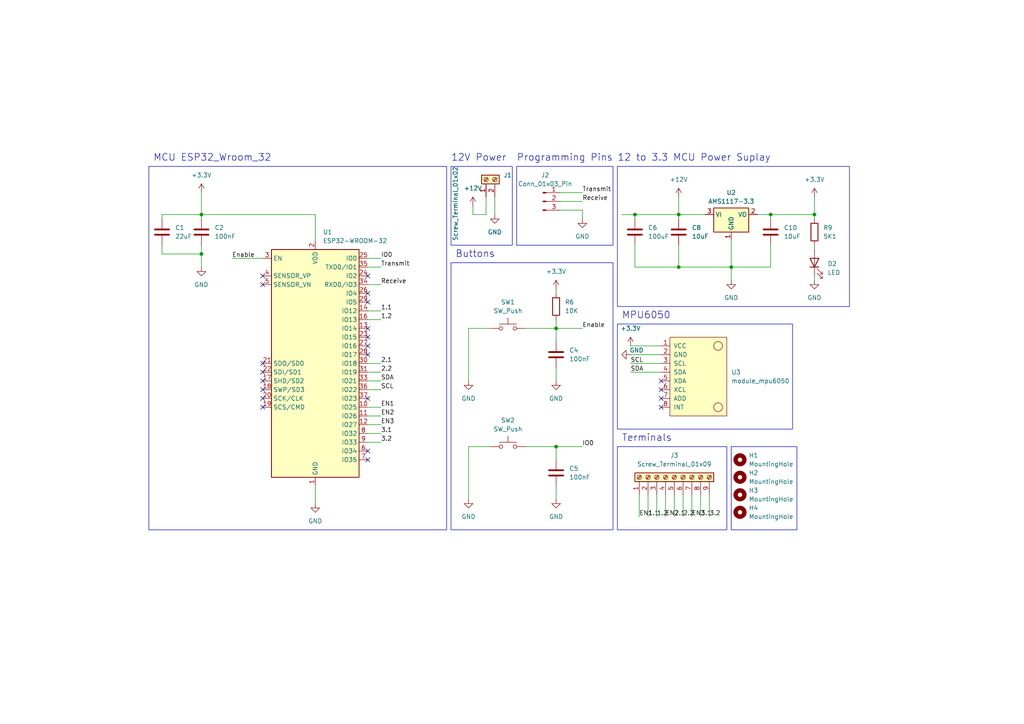
<source format=kicad_sch>
(kicad_sch (version 20230121) (generator eeschema)

  (uuid 6bf58102-67fc-4bc2-893f-dc689e1dbaf7)

  (paper "A4")

  (lib_symbols
    (symbol "Connector:Conn_01x03_Pin" (pin_names (offset 1.016) hide) (in_bom yes) (on_board yes)
      (property "Reference" "J" (at 0 5.08 0)
        (effects (font (size 1.27 1.27)))
      )
      (property "Value" "Conn_01x03_Pin" (at 0 -5.08 0)
        (effects (font (size 1.27 1.27)))
      )
      (property "Footprint" "" (at 0 0 0)
        (effects (font (size 1.27 1.27)) hide)
      )
      (property "Datasheet" "~" (at 0 0 0)
        (effects (font (size 1.27 1.27)) hide)
      )
      (property "ki_locked" "" (at 0 0 0)
        (effects (font (size 1.27 1.27)))
      )
      (property "ki_keywords" "connector" (at 0 0 0)
        (effects (font (size 1.27 1.27)) hide)
      )
      (property "ki_description" "Generic connector, single row, 01x03, script generated" (at 0 0 0)
        (effects (font (size 1.27 1.27)) hide)
      )
      (property "ki_fp_filters" "Connector*:*_1x??_*" (at 0 0 0)
        (effects (font (size 1.27 1.27)) hide)
      )
      (symbol "Conn_01x03_Pin_1_1"
        (polyline
          (pts
            (xy 1.27 -2.54)
            (xy 0.8636 -2.54)
          )
          (stroke (width 0.1524) (type default))
          (fill (type none))
        )
        (polyline
          (pts
            (xy 1.27 0)
            (xy 0.8636 0)
          )
          (stroke (width 0.1524) (type default))
          (fill (type none))
        )
        (polyline
          (pts
            (xy 1.27 2.54)
            (xy 0.8636 2.54)
          )
          (stroke (width 0.1524) (type default))
          (fill (type none))
        )
        (rectangle (start 0.8636 -2.413) (end 0 -2.667)
          (stroke (width 0.1524) (type default))
          (fill (type outline))
        )
        (rectangle (start 0.8636 0.127) (end 0 -0.127)
          (stroke (width 0.1524) (type default))
          (fill (type outline))
        )
        (rectangle (start 0.8636 2.667) (end 0 2.413)
          (stroke (width 0.1524) (type default))
          (fill (type outline))
        )
        (pin passive line (at 5.08 2.54 180) (length 3.81)
          (name "Pin_1" (effects (font (size 1.27 1.27))))
          (number "1" (effects (font (size 1.27 1.27))))
        )
        (pin passive line (at 5.08 0 180) (length 3.81)
          (name "Pin_2" (effects (font (size 1.27 1.27))))
          (number "2" (effects (font (size 1.27 1.27))))
        )
        (pin passive line (at 5.08 -2.54 180) (length 3.81)
          (name "Pin_3" (effects (font (size 1.27 1.27))))
          (number "3" (effects (font (size 1.27 1.27))))
        )
      )
    )
    (symbol "Connector:Screw_Terminal_01x02" (pin_names (offset 1.016) hide) (in_bom yes) (on_board yes)
      (property "Reference" "J" (at 0 2.54 0)
        (effects (font (size 1.27 1.27)))
      )
      (property "Value" "Screw_Terminal_01x02" (at 0 -5.08 0)
        (effects (font (size 1.27 1.27)))
      )
      (property "Footprint" "" (at 0 0 0)
        (effects (font (size 1.27 1.27)) hide)
      )
      (property "Datasheet" "~" (at 0 0 0)
        (effects (font (size 1.27 1.27)) hide)
      )
      (property "ki_keywords" "screw terminal" (at 0 0 0)
        (effects (font (size 1.27 1.27)) hide)
      )
      (property "ki_description" "Generic screw terminal, single row, 01x02, script generated (kicad-library-utils/schlib/autogen/connector/)" (at 0 0 0)
        (effects (font (size 1.27 1.27)) hide)
      )
      (property "ki_fp_filters" "TerminalBlock*:*" (at 0 0 0)
        (effects (font (size 1.27 1.27)) hide)
      )
      (symbol "Screw_Terminal_01x02_1_1"
        (rectangle (start -1.27 1.27) (end 1.27 -3.81)
          (stroke (width 0.254) (type default))
          (fill (type background))
        )
        (circle (center 0 -2.54) (radius 0.635)
          (stroke (width 0.1524) (type default))
          (fill (type none))
        )
        (polyline
          (pts
            (xy -0.5334 -2.2098)
            (xy 0.3302 -3.048)
          )
          (stroke (width 0.1524) (type default))
          (fill (type none))
        )
        (polyline
          (pts
            (xy -0.5334 0.3302)
            (xy 0.3302 -0.508)
          )
          (stroke (width 0.1524) (type default))
          (fill (type none))
        )
        (polyline
          (pts
            (xy -0.3556 -2.032)
            (xy 0.508 -2.8702)
          )
          (stroke (width 0.1524) (type default))
          (fill (type none))
        )
        (polyline
          (pts
            (xy -0.3556 0.508)
            (xy 0.508 -0.3302)
          )
          (stroke (width 0.1524) (type default))
          (fill (type none))
        )
        (circle (center 0 0) (radius 0.635)
          (stroke (width 0.1524) (type default))
          (fill (type none))
        )
        (pin passive line (at -5.08 0 0) (length 3.81)
          (name "Pin_1" (effects (font (size 1.27 1.27))))
          (number "1" (effects (font (size 1.27 1.27))))
        )
        (pin passive line (at -5.08 -2.54 0) (length 3.81)
          (name "Pin_2" (effects (font (size 1.27 1.27))))
          (number "2" (effects (font (size 1.27 1.27))))
        )
      )
    )
    (symbol "Connector:Screw_Terminal_01x09" (pin_names (offset 1.016) hide) (in_bom yes) (on_board yes)
      (property "Reference" "J" (at 0 12.7 0)
        (effects (font (size 1.27 1.27)))
      )
      (property "Value" "Screw_Terminal_01x09" (at 0 -12.7 0)
        (effects (font (size 1.27 1.27)))
      )
      (property "Footprint" "" (at 0 0 0)
        (effects (font (size 1.27 1.27)) hide)
      )
      (property "Datasheet" "~" (at 0 0 0)
        (effects (font (size 1.27 1.27)) hide)
      )
      (property "ki_keywords" "screw terminal" (at 0 0 0)
        (effects (font (size 1.27 1.27)) hide)
      )
      (property "ki_description" "Generic screw terminal, single row, 01x09, script generated (kicad-library-utils/schlib/autogen/connector/)" (at 0 0 0)
        (effects (font (size 1.27 1.27)) hide)
      )
      (property "ki_fp_filters" "TerminalBlock*:*" (at 0 0 0)
        (effects (font (size 1.27 1.27)) hide)
      )
      (symbol "Screw_Terminal_01x09_1_1"
        (rectangle (start -1.27 11.43) (end 1.27 -11.43)
          (stroke (width 0.254) (type default))
          (fill (type background))
        )
        (circle (center 0 -10.16) (radius 0.635)
          (stroke (width 0.1524) (type default))
          (fill (type none))
        )
        (circle (center 0 -7.62) (radius 0.635)
          (stroke (width 0.1524) (type default))
          (fill (type none))
        )
        (circle (center 0 -5.08) (radius 0.635)
          (stroke (width 0.1524) (type default))
          (fill (type none))
        )
        (circle (center 0 -2.54) (radius 0.635)
          (stroke (width 0.1524) (type default))
          (fill (type none))
        )
        (polyline
          (pts
            (xy -0.5334 -9.8298)
            (xy 0.3302 -10.668)
          )
          (stroke (width 0.1524) (type default))
          (fill (type none))
        )
        (polyline
          (pts
            (xy -0.5334 -7.2898)
            (xy 0.3302 -8.128)
          )
          (stroke (width 0.1524) (type default))
          (fill (type none))
        )
        (polyline
          (pts
            (xy -0.5334 -4.7498)
            (xy 0.3302 -5.588)
          )
          (stroke (width 0.1524) (type default))
          (fill (type none))
        )
        (polyline
          (pts
            (xy -0.5334 -2.2098)
            (xy 0.3302 -3.048)
          )
          (stroke (width 0.1524) (type default))
          (fill (type none))
        )
        (polyline
          (pts
            (xy -0.5334 0.3302)
            (xy 0.3302 -0.508)
          )
          (stroke (width 0.1524) (type default))
          (fill (type none))
        )
        (polyline
          (pts
            (xy -0.5334 2.8702)
            (xy 0.3302 2.032)
          )
          (stroke (width 0.1524) (type default))
          (fill (type none))
        )
        (polyline
          (pts
            (xy -0.5334 5.4102)
            (xy 0.3302 4.572)
          )
          (stroke (width 0.1524) (type default))
          (fill (type none))
        )
        (polyline
          (pts
            (xy -0.5334 7.9502)
            (xy 0.3302 7.112)
          )
          (stroke (width 0.1524) (type default))
          (fill (type none))
        )
        (polyline
          (pts
            (xy -0.5334 10.4902)
            (xy 0.3302 9.652)
          )
          (stroke (width 0.1524) (type default))
          (fill (type none))
        )
        (polyline
          (pts
            (xy -0.3556 -9.652)
            (xy 0.508 -10.4902)
          )
          (stroke (width 0.1524) (type default))
          (fill (type none))
        )
        (polyline
          (pts
            (xy -0.3556 -7.112)
            (xy 0.508 -7.9502)
          )
          (stroke (width 0.1524) (type default))
          (fill (type none))
        )
        (polyline
          (pts
            (xy -0.3556 -4.572)
            (xy 0.508 -5.4102)
          )
          (stroke (width 0.1524) (type default))
          (fill (type none))
        )
        (polyline
          (pts
            (xy -0.3556 -2.032)
            (xy 0.508 -2.8702)
          )
          (stroke (width 0.1524) (type default))
          (fill (type none))
        )
        (polyline
          (pts
            (xy -0.3556 0.508)
            (xy 0.508 -0.3302)
          )
          (stroke (width 0.1524) (type default))
          (fill (type none))
        )
        (polyline
          (pts
            (xy -0.3556 3.048)
            (xy 0.508 2.2098)
          )
          (stroke (width 0.1524) (type default))
          (fill (type none))
        )
        (polyline
          (pts
            (xy -0.3556 5.588)
            (xy 0.508 4.7498)
          )
          (stroke (width 0.1524) (type default))
          (fill (type none))
        )
        (polyline
          (pts
            (xy -0.3556 8.128)
            (xy 0.508 7.2898)
          )
          (stroke (width 0.1524) (type default))
          (fill (type none))
        )
        (polyline
          (pts
            (xy -0.3556 10.668)
            (xy 0.508 9.8298)
          )
          (stroke (width 0.1524) (type default))
          (fill (type none))
        )
        (circle (center 0 0) (radius 0.635)
          (stroke (width 0.1524) (type default))
          (fill (type none))
        )
        (circle (center 0 2.54) (radius 0.635)
          (stroke (width 0.1524) (type default))
          (fill (type none))
        )
        (circle (center 0 5.08) (radius 0.635)
          (stroke (width 0.1524) (type default))
          (fill (type none))
        )
        (circle (center 0 7.62) (radius 0.635)
          (stroke (width 0.1524) (type default))
          (fill (type none))
        )
        (circle (center 0 10.16) (radius 0.635)
          (stroke (width 0.1524) (type default))
          (fill (type none))
        )
        (pin passive line (at -5.08 10.16 0) (length 3.81)
          (name "Pin_1" (effects (font (size 1.27 1.27))))
          (number "1" (effects (font (size 1.27 1.27))))
        )
        (pin passive line (at -5.08 7.62 0) (length 3.81)
          (name "Pin_2" (effects (font (size 1.27 1.27))))
          (number "2" (effects (font (size 1.27 1.27))))
        )
        (pin passive line (at -5.08 5.08 0) (length 3.81)
          (name "Pin_3" (effects (font (size 1.27 1.27))))
          (number "3" (effects (font (size 1.27 1.27))))
        )
        (pin passive line (at -5.08 2.54 0) (length 3.81)
          (name "Pin_4" (effects (font (size 1.27 1.27))))
          (number "4" (effects (font (size 1.27 1.27))))
        )
        (pin passive line (at -5.08 0 0) (length 3.81)
          (name "Pin_5" (effects (font (size 1.27 1.27))))
          (number "5" (effects (font (size 1.27 1.27))))
        )
        (pin passive line (at -5.08 -2.54 0) (length 3.81)
          (name "Pin_6" (effects (font (size 1.27 1.27))))
          (number "6" (effects (font (size 1.27 1.27))))
        )
        (pin passive line (at -5.08 -5.08 0) (length 3.81)
          (name "Pin_7" (effects (font (size 1.27 1.27))))
          (number "7" (effects (font (size 1.27 1.27))))
        )
        (pin passive line (at -5.08 -7.62 0) (length 3.81)
          (name "Pin_8" (effects (font (size 1.27 1.27))))
          (number "8" (effects (font (size 1.27 1.27))))
        )
        (pin passive line (at -5.08 -10.16 0) (length 3.81)
          (name "Pin_9" (effects (font (size 1.27 1.27))))
          (number "9" (effects (font (size 1.27 1.27))))
        )
      )
    )
    (symbol "Device:C" (pin_numbers hide) (pin_names (offset 0.254)) (in_bom yes) (on_board yes)
      (property "Reference" "C" (at 0.635 2.54 0)
        (effects (font (size 1.27 1.27)) (justify left))
      )
      (property "Value" "C" (at 0.635 -2.54 0)
        (effects (font (size 1.27 1.27)) (justify left))
      )
      (property "Footprint" "" (at 0.9652 -3.81 0)
        (effects (font (size 1.27 1.27)) hide)
      )
      (property "Datasheet" "~" (at 0 0 0)
        (effects (font (size 1.27 1.27)) hide)
      )
      (property "ki_keywords" "cap capacitor" (at 0 0 0)
        (effects (font (size 1.27 1.27)) hide)
      )
      (property "ki_description" "Unpolarized capacitor" (at 0 0 0)
        (effects (font (size 1.27 1.27)) hide)
      )
      (property "ki_fp_filters" "C_*" (at 0 0 0)
        (effects (font (size 1.27 1.27)) hide)
      )
      (symbol "C_0_1"
        (polyline
          (pts
            (xy -2.032 -0.762)
            (xy 2.032 -0.762)
          )
          (stroke (width 0.508) (type default))
          (fill (type none))
        )
        (polyline
          (pts
            (xy -2.032 0.762)
            (xy 2.032 0.762)
          )
          (stroke (width 0.508) (type default))
          (fill (type none))
        )
      )
      (symbol "C_1_1"
        (pin passive line (at 0 3.81 270) (length 2.794)
          (name "~" (effects (font (size 1.27 1.27))))
          (number "1" (effects (font (size 1.27 1.27))))
        )
        (pin passive line (at 0 -3.81 90) (length 2.794)
          (name "~" (effects (font (size 1.27 1.27))))
          (number "2" (effects (font (size 1.27 1.27))))
        )
      )
    )
    (symbol "Device:LED" (pin_numbers hide) (pin_names (offset 1.016) hide) (in_bom yes) (on_board yes)
      (property "Reference" "D" (at 0 2.54 0)
        (effects (font (size 1.27 1.27)))
      )
      (property "Value" "LED" (at 0 -2.54 0)
        (effects (font (size 1.27 1.27)))
      )
      (property "Footprint" "" (at 0 0 0)
        (effects (font (size 1.27 1.27)) hide)
      )
      (property "Datasheet" "~" (at 0 0 0)
        (effects (font (size 1.27 1.27)) hide)
      )
      (property "ki_keywords" "LED diode" (at 0 0 0)
        (effects (font (size 1.27 1.27)) hide)
      )
      (property "ki_description" "Light emitting diode" (at 0 0 0)
        (effects (font (size 1.27 1.27)) hide)
      )
      (property "ki_fp_filters" "LED* LED_SMD:* LED_THT:*" (at 0 0 0)
        (effects (font (size 1.27 1.27)) hide)
      )
      (symbol "LED_0_1"
        (polyline
          (pts
            (xy -1.27 -1.27)
            (xy -1.27 1.27)
          )
          (stroke (width 0.254) (type default))
          (fill (type none))
        )
        (polyline
          (pts
            (xy -1.27 0)
            (xy 1.27 0)
          )
          (stroke (width 0) (type default))
          (fill (type none))
        )
        (polyline
          (pts
            (xy 1.27 -1.27)
            (xy 1.27 1.27)
            (xy -1.27 0)
            (xy 1.27 -1.27)
          )
          (stroke (width 0.254) (type default))
          (fill (type none))
        )
        (polyline
          (pts
            (xy -3.048 -0.762)
            (xy -4.572 -2.286)
            (xy -3.81 -2.286)
            (xy -4.572 -2.286)
            (xy -4.572 -1.524)
          )
          (stroke (width 0) (type default))
          (fill (type none))
        )
        (polyline
          (pts
            (xy -1.778 -0.762)
            (xy -3.302 -2.286)
            (xy -2.54 -2.286)
            (xy -3.302 -2.286)
            (xy -3.302 -1.524)
          )
          (stroke (width 0) (type default))
          (fill (type none))
        )
      )
      (symbol "LED_1_1"
        (pin passive line (at -3.81 0 0) (length 2.54)
          (name "K" (effects (font (size 1.27 1.27))))
          (number "1" (effects (font (size 1.27 1.27))))
        )
        (pin passive line (at 3.81 0 180) (length 2.54)
          (name "A" (effects (font (size 1.27 1.27))))
          (number "2" (effects (font (size 1.27 1.27))))
        )
      )
    )
    (symbol "Device:R" (pin_numbers hide) (pin_names (offset 0)) (in_bom yes) (on_board yes)
      (property "Reference" "R" (at 2.032 0 90)
        (effects (font (size 1.27 1.27)))
      )
      (property "Value" "R" (at 0 0 90)
        (effects (font (size 1.27 1.27)))
      )
      (property "Footprint" "" (at -1.778 0 90)
        (effects (font (size 1.27 1.27)) hide)
      )
      (property "Datasheet" "~" (at 0 0 0)
        (effects (font (size 1.27 1.27)) hide)
      )
      (property "ki_keywords" "R res resistor" (at 0 0 0)
        (effects (font (size 1.27 1.27)) hide)
      )
      (property "ki_description" "Resistor" (at 0 0 0)
        (effects (font (size 1.27 1.27)) hide)
      )
      (property "ki_fp_filters" "R_*" (at 0 0 0)
        (effects (font (size 1.27 1.27)) hide)
      )
      (symbol "R_0_1"
        (rectangle (start -1.016 -2.54) (end 1.016 2.54)
          (stroke (width 0.254) (type default))
          (fill (type none))
        )
      )
      (symbol "R_1_1"
        (pin passive line (at 0 3.81 270) (length 1.27)
          (name "~" (effects (font (size 1.27 1.27))))
          (number "1" (effects (font (size 1.27 1.27))))
        )
        (pin passive line (at 0 -3.81 90) (length 1.27)
          (name "~" (effects (font (size 1.27 1.27))))
          (number "2" (effects (font (size 1.27 1.27))))
        )
      )
    )
    (symbol "MPU6050:module_mpu6050" (pin_names (offset 1.016)) (in_bom yes) (on_board yes)
      (property "Reference" "U" (at 2.54 21.59 0)
        (effects (font (size 1.27 1.27)))
      )
      (property "Value" "module_mpu6050" (at 11.43 -3.81 0)
        (effects (font (size 1.27 1.27)))
      )
      (property "Footprint" "usini_sensors:module_mpu6050" (at 11.43 -6.35 0)
        (effects (font (size 1.27 1.27)) hide)
      )
      (property "Datasheet" "" (at 0 6.35 0)
        (effects (font (size 1.27 1.27)) hide)
      )
      (symbol "module_mpu6050_0_1"
        (rectangle (start 2.54 20.32) (end 19.05 -2.54)
          (stroke (width 0) (type solid))
          (fill (type background))
        )
        (circle (center 16.51 0) (radius 1.27)
          (stroke (width 0) (type solid))
          (fill (type none))
        )
        (circle (center 16.51 17.78) (radius 1.27)
          (stroke (width 0) (type solid))
          (fill (type none))
        )
      )
      (symbol "module_mpu6050_1_1"
        (pin input line (at 0 17.78 0) (length 2.54)
          (name "VCC" (effects (font (size 1.27 1.27))))
          (number "1" (effects (font (size 1.27 1.27))))
        )
        (pin input line (at 0 15.24 0) (length 2.54)
          (name "GND" (effects (font (size 1.27 1.27))))
          (number "2" (effects (font (size 1.27 1.27))))
        )
        (pin input line (at 0 12.7 0) (length 2.54)
          (name "SCL" (effects (font (size 1.27 1.27))))
          (number "3" (effects (font (size 1.27 1.27))))
        )
        (pin input line (at 0 10.16 0) (length 2.54)
          (name "SDA" (effects (font (size 1.27 1.27))))
          (number "4" (effects (font (size 1.27 1.27))))
        )
        (pin input line (at 0 7.62 0) (length 2.54)
          (name "XDA" (effects (font (size 1.27 1.27))))
          (number "5" (effects (font (size 1.27 1.27))))
        )
        (pin input line (at 0 5.08 0) (length 2.54)
          (name "XCL" (effects (font (size 1.27 1.27))))
          (number "6" (effects (font (size 1.27 1.27))))
        )
        (pin input line (at 0 2.54 0) (length 2.54)
          (name "ADD" (effects (font (size 1.27 1.27))))
          (number "7" (effects (font (size 1.27 1.27))))
        )
        (pin input line (at 0 0 0) (length 2.54)
          (name "INT" (effects (font (size 1.27 1.27))))
          (number "8" (effects (font (size 1.27 1.27))))
        )
      )
    )
    (symbol "Mechanical:MountingHole" (pin_names (offset 1.016)) (in_bom yes) (on_board yes)
      (property "Reference" "H" (at 0 5.08 0)
        (effects (font (size 1.27 1.27)))
      )
      (property "Value" "MountingHole" (at 0 3.175 0)
        (effects (font (size 1.27 1.27)))
      )
      (property "Footprint" "" (at 0 0 0)
        (effects (font (size 1.27 1.27)) hide)
      )
      (property "Datasheet" "~" (at 0 0 0)
        (effects (font (size 1.27 1.27)) hide)
      )
      (property "ki_keywords" "mounting hole" (at 0 0 0)
        (effects (font (size 1.27 1.27)) hide)
      )
      (property "ki_description" "Mounting Hole without connection" (at 0 0 0)
        (effects (font (size 1.27 1.27)) hide)
      )
      (property "ki_fp_filters" "MountingHole*" (at 0 0 0)
        (effects (font (size 1.27 1.27)) hide)
      )
      (symbol "MountingHole_0_1"
        (circle (center 0 0) (radius 1.27)
          (stroke (width 1.27) (type default))
          (fill (type none))
        )
      )
    )
    (symbol "RF_Module:ESP32-WROOM-32" (in_bom yes) (on_board yes)
      (property "Reference" "U" (at -12.7 34.29 0)
        (effects (font (size 1.27 1.27)) (justify left))
      )
      (property "Value" "ESP32-WROOM-32" (at 1.27 34.29 0)
        (effects (font (size 1.27 1.27)) (justify left))
      )
      (property "Footprint" "RF_Module:ESP32-WROOM-32" (at 0 -38.1 0)
        (effects (font (size 1.27 1.27)) hide)
      )
      (property "Datasheet" "https://www.espressif.com/sites/default/files/documentation/esp32-wroom-32_datasheet_en.pdf" (at -7.62 1.27 0)
        (effects (font (size 1.27 1.27)) hide)
      )
      (property "ki_keywords" "RF Radio BT ESP ESP32 Espressif onboard PCB antenna" (at 0 0 0)
        (effects (font (size 1.27 1.27)) hide)
      )
      (property "ki_description" "RF Module, ESP32-D0WDQ6 SoC, Wi-Fi 802.11b/g/n, Bluetooth, BLE, 32-bit, 2.7-3.6V, onboard antenna, SMD" (at 0 0 0)
        (effects (font (size 1.27 1.27)) hide)
      )
      (property "ki_fp_filters" "ESP32?WROOM?32*" (at 0 0 0)
        (effects (font (size 1.27 1.27)) hide)
      )
      (symbol "ESP32-WROOM-32_0_1"
        (rectangle (start -12.7 33.02) (end 12.7 -33.02)
          (stroke (width 0.254) (type default))
          (fill (type background))
        )
      )
      (symbol "ESP32-WROOM-32_1_1"
        (pin power_in line (at 0 -35.56 90) (length 2.54)
          (name "GND" (effects (font (size 1.27 1.27))))
          (number "1" (effects (font (size 1.27 1.27))))
        )
        (pin bidirectional line (at 15.24 -12.7 180) (length 2.54)
          (name "IO25" (effects (font (size 1.27 1.27))))
          (number "10" (effects (font (size 1.27 1.27))))
        )
        (pin bidirectional line (at 15.24 -15.24 180) (length 2.54)
          (name "IO26" (effects (font (size 1.27 1.27))))
          (number "11" (effects (font (size 1.27 1.27))))
        )
        (pin bidirectional line (at 15.24 -17.78 180) (length 2.54)
          (name "IO27" (effects (font (size 1.27 1.27))))
          (number "12" (effects (font (size 1.27 1.27))))
        )
        (pin bidirectional line (at 15.24 10.16 180) (length 2.54)
          (name "IO14" (effects (font (size 1.27 1.27))))
          (number "13" (effects (font (size 1.27 1.27))))
        )
        (pin bidirectional line (at 15.24 15.24 180) (length 2.54)
          (name "IO12" (effects (font (size 1.27 1.27))))
          (number "14" (effects (font (size 1.27 1.27))))
        )
        (pin passive line (at 0 -35.56 90) (length 2.54) hide
          (name "GND" (effects (font (size 1.27 1.27))))
          (number "15" (effects (font (size 1.27 1.27))))
        )
        (pin bidirectional line (at 15.24 12.7 180) (length 2.54)
          (name "IO13" (effects (font (size 1.27 1.27))))
          (number "16" (effects (font (size 1.27 1.27))))
        )
        (pin bidirectional line (at -15.24 -5.08 0) (length 2.54)
          (name "SHD/SD2" (effects (font (size 1.27 1.27))))
          (number "17" (effects (font (size 1.27 1.27))))
        )
        (pin bidirectional line (at -15.24 -7.62 0) (length 2.54)
          (name "SWP/SD3" (effects (font (size 1.27 1.27))))
          (number "18" (effects (font (size 1.27 1.27))))
        )
        (pin bidirectional line (at -15.24 -12.7 0) (length 2.54)
          (name "SCS/CMD" (effects (font (size 1.27 1.27))))
          (number "19" (effects (font (size 1.27 1.27))))
        )
        (pin power_in line (at 0 35.56 270) (length 2.54)
          (name "VDD" (effects (font (size 1.27 1.27))))
          (number "2" (effects (font (size 1.27 1.27))))
        )
        (pin bidirectional line (at -15.24 -10.16 0) (length 2.54)
          (name "SCK/CLK" (effects (font (size 1.27 1.27))))
          (number "20" (effects (font (size 1.27 1.27))))
        )
        (pin bidirectional line (at -15.24 0 0) (length 2.54)
          (name "SDO/SD0" (effects (font (size 1.27 1.27))))
          (number "21" (effects (font (size 1.27 1.27))))
        )
        (pin bidirectional line (at -15.24 -2.54 0) (length 2.54)
          (name "SDI/SD1" (effects (font (size 1.27 1.27))))
          (number "22" (effects (font (size 1.27 1.27))))
        )
        (pin bidirectional line (at 15.24 7.62 180) (length 2.54)
          (name "IO15" (effects (font (size 1.27 1.27))))
          (number "23" (effects (font (size 1.27 1.27))))
        )
        (pin bidirectional line (at 15.24 25.4 180) (length 2.54)
          (name "IO2" (effects (font (size 1.27 1.27))))
          (number "24" (effects (font (size 1.27 1.27))))
        )
        (pin bidirectional line (at 15.24 30.48 180) (length 2.54)
          (name "IO0" (effects (font (size 1.27 1.27))))
          (number "25" (effects (font (size 1.27 1.27))))
        )
        (pin bidirectional line (at 15.24 20.32 180) (length 2.54)
          (name "IO4" (effects (font (size 1.27 1.27))))
          (number "26" (effects (font (size 1.27 1.27))))
        )
        (pin bidirectional line (at 15.24 5.08 180) (length 2.54)
          (name "IO16" (effects (font (size 1.27 1.27))))
          (number "27" (effects (font (size 1.27 1.27))))
        )
        (pin bidirectional line (at 15.24 2.54 180) (length 2.54)
          (name "IO17" (effects (font (size 1.27 1.27))))
          (number "28" (effects (font (size 1.27 1.27))))
        )
        (pin bidirectional line (at 15.24 17.78 180) (length 2.54)
          (name "IO5" (effects (font (size 1.27 1.27))))
          (number "29" (effects (font (size 1.27 1.27))))
        )
        (pin input line (at -15.24 30.48 0) (length 2.54)
          (name "EN" (effects (font (size 1.27 1.27))))
          (number "3" (effects (font (size 1.27 1.27))))
        )
        (pin bidirectional line (at 15.24 0 180) (length 2.54)
          (name "IO18" (effects (font (size 1.27 1.27))))
          (number "30" (effects (font (size 1.27 1.27))))
        )
        (pin bidirectional line (at 15.24 -2.54 180) (length 2.54)
          (name "IO19" (effects (font (size 1.27 1.27))))
          (number "31" (effects (font (size 1.27 1.27))))
        )
        (pin no_connect line (at -12.7 -27.94 0) (length 2.54) hide
          (name "NC" (effects (font (size 1.27 1.27))))
          (number "32" (effects (font (size 1.27 1.27))))
        )
        (pin bidirectional line (at 15.24 -5.08 180) (length 2.54)
          (name "IO21" (effects (font (size 1.27 1.27))))
          (number "33" (effects (font (size 1.27 1.27))))
        )
        (pin bidirectional line (at 15.24 22.86 180) (length 2.54)
          (name "RXD0/IO3" (effects (font (size 1.27 1.27))))
          (number "34" (effects (font (size 1.27 1.27))))
        )
        (pin bidirectional line (at 15.24 27.94 180) (length 2.54)
          (name "TXD0/IO1" (effects (font (size 1.27 1.27))))
          (number "35" (effects (font (size 1.27 1.27))))
        )
        (pin bidirectional line (at 15.24 -7.62 180) (length 2.54)
          (name "IO22" (effects (font (size 1.27 1.27))))
          (number "36" (effects (font (size 1.27 1.27))))
        )
        (pin bidirectional line (at 15.24 -10.16 180) (length 2.54)
          (name "IO23" (effects (font (size 1.27 1.27))))
          (number "37" (effects (font (size 1.27 1.27))))
        )
        (pin passive line (at 0 -35.56 90) (length 2.54) hide
          (name "GND" (effects (font (size 1.27 1.27))))
          (number "38" (effects (font (size 1.27 1.27))))
        )
        (pin passive line (at 0 -35.56 90) (length 2.54) hide
          (name "GND" (effects (font (size 1.27 1.27))))
          (number "39" (effects (font (size 1.27 1.27))))
        )
        (pin input line (at -15.24 25.4 0) (length 2.54)
          (name "SENSOR_VP" (effects (font (size 1.27 1.27))))
          (number "4" (effects (font (size 1.27 1.27))))
        )
        (pin input line (at -15.24 22.86 0) (length 2.54)
          (name "SENSOR_VN" (effects (font (size 1.27 1.27))))
          (number "5" (effects (font (size 1.27 1.27))))
        )
        (pin input line (at 15.24 -25.4 180) (length 2.54)
          (name "IO34" (effects (font (size 1.27 1.27))))
          (number "6" (effects (font (size 1.27 1.27))))
        )
        (pin input line (at 15.24 -27.94 180) (length 2.54)
          (name "IO35" (effects (font (size 1.27 1.27))))
          (number "7" (effects (font (size 1.27 1.27))))
        )
        (pin bidirectional line (at 15.24 -20.32 180) (length 2.54)
          (name "IO32" (effects (font (size 1.27 1.27))))
          (number "8" (effects (font (size 1.27 1.27))))
        )
        (pin bidirectional line (at 15.24 -22.86 180) (length 2.54)
          (name "IO33" (effects (font (size 1.27 1.27))))
          (number "9" (effects (font (size 1.27 1.27))))
        )
      )
    )
    (symbol "Regulator_Linear:AMS1117-3.3" (in_bom yes) (on_board yes)
      (property "Reference" "U" (at -3.81 3.175 0)
        (effects (font (size 1.27 1.27)))
      )
      (property "Value" "AMS1117-3.3" (at 0 3.175 0)
        (effects (font (size 1.27 1.27)) (justify left))
      )
      (property "Footprint" "Package_TO_SOT_SMD:SOT-223-3_TabPin2" (at 0 5.08 0)
        (effects (font (size 1.27 1.27)) hide)
      )
      (property "Datasheet" "http://www.advanced-monolithic.com/pdf/ds1117.pdf" (at 2.54 -6.35 0)
        (effects (font (size 1.27 1.27)) hide)
      )
      (property "ki_keywords" "linear regulator ldo fixed positive" (at 0 0 0)
        (effects (font (size 1.27 1.27)) hide)
      )
      (property "ki_description" "1A Low Dropout regulator, positive, 3.3V fixed output, SOT-223" (at 0 0 0)
        (effects (font (size 1.27 1.27)) hide)
      )
      (property "ki_fp_filters" "SOT?223*TabPin2*" (at 0 0 0)
        (effects (font (size 1.27 1.27)) hide)
      )
      (symbol "AMS1117-3.3_0_1"
        (rectangle (start -5.08 -5.08) (end 5.08 1.905)
          (stroke (width 0.254) (type default))
          (fill (type background))
        )
      )
      (symbol "AMS1117-3.3_1_1"
        (pin power_in line (at 0 -7.62 90) (length 2.54)
          (name "GND" (effects (font (size 1.27 1.27))))
          (number "1" (effects (font (size 1.27 1.27))))
        )
        (pin power_out line (at 7.62 0 180) (length 2.54)
          (name "VO" (effects (font (size 1.27 1.27))))
          (number "2" (effects (font (size 1.27 1.27))))
        )
        (pin power_in line (at -7.62 0 0) (length 2.54)
          (name "VI" (effects (font (size 1.27 1.27))))
          (number "3" (effects (font (size 1.27 1.27))))
        )
      )
    )
    (symbol "Switch:SW_Push" (pin_numbers hide) (pin_names (offset 1.016) hide) (in_bom yes) (on_board yes)
      (property "Reference" "SW" (at 1.27 2.54 0)
        (effects (font (size 1.27 1.27)) (justify left))
      )
      (property "Value" "SW_Push" (at 0 -1.524 0)
        (effects (font (size 1.27 1.27)))
      )
      (property "Footprint" "" (at 0 5.08 0)
        (effects (font (size 1.27 1.27)) hide)
      )
      (property "Datasheet" "~" (at 0 5.08 0)
        (effects (font (size 1.27 1.27)) hide)
      )
      (property "ki_keywords" "switch normally-open pushbutton push-button" (at 0 0 0)
        (effects (font (size 1.27 1.27)) hide)
      )
      (property "ki_description" "Push button switch, generic, two pins" (at 0 0 0)
        (effects (font (size 1.27 1.27)) hide)
      )
      (symbol "SW_Push_0_1"
        (circle (center -2.032 0) (radius 0.508)
          (stroke (width 0) (type default))
          (fill (type none))
        )
        (polyline
          (pts
            (xy 0 1.27)
            (xy 0 3.048)
          )
          (stroke (width 0) (type default))
          (fill (type none))
        )
        (polyline
          (pts
            (xy 2.54 1.27)
            (xy -2.54 1.27)
          )
          (stroke (width 0) (type default))
          (fill (type none))
        )
        (circle (center 2.032 0) (radius 0.508)
          (stroke (width 0) (type default))
          (fill (type none))
        )
        (pin passive line (at -5.08 0 0) (length 2.54)
          (name "1" (effects (font (size 1.27 1.27))))
          (number "1" (effects (font (size 1.27 1.27))))
        )
        (pin passive line (at 5.08 0 180) (length 2.54)
          (name "2" (effects (font (size 1.27 1.27))))
          (number "2" (effects (font (size 1.27 1.27))))
        )
      )
    )
    (symbol "power:+12V" (power) (pin_names (offset 0)) (in_bom yes) (on_board yes)
      (property "Reference" "#PWR" (at 0 -3.81 0)
        (effects (font (size 1.27 1.27)) hide)
      )
      (property "Value" "+12V" (at 0 3.556 0)
        (effects (font (size 1.27 1.27)))
      )
      (property "Footprint" "" (at 0 0 0)
        (effects (font (size 1.27 1.27)) hide)
      )
      (property "Datasheet" "" (at 0 0 0)
        (effects (font (size 1.27 1.27)) hide)
      )
      (property "ki_keywords" "global power" (at 0 0 0)
        (effects (font (size 1.27 1.27)) hide)
      )
      (property "ki_description" "Power symbol creates a global label with name \"+12V\"" (at 0 0 0)
        (effects (font (size 1.27 1.27)) hide)
      )
      (symbol "+12V_0_1"
        (polyline
          (pts
            (xy -0.762 1.27)
            (xy 0 2.54)
          )
          (stroke (width 0) (type default))
          (fill (type none))
        )
        (polyline
          (pts
            (xy 0 0)
            (xy 0 2.54)
          )
          (stroke (width 0) (type default))
          (fill (type none))
        )
        (polyline
          (pts
            (xy 0 2.54)
            (xy 0.762 1.27)
          )
          (stroke (width 0) (type default))
          (fill (type none))
        )
      )
      (symbol "+12V_1_1"
        (pin power_in line (at 0 0 90) (length 0) hide
          (name "+12V" (effects (font (size 1.27 1.27))))
          (number "1" (effects (font (size 1.27 1.27))))
        )
      )
    )
    (symbol "power:+3.3V" (power) (pin_names (offset 0)) (in_bom yes) (on_board yes)
      (property "Reference" "#PWR" (at 0 -3.81 0)
        (effects (font (size 1.27 1.27)) hide)
      )
      (property "Value" "+3.3V" (at 0 3.556 0)
        (effects (font (size 1.27 1.27)))
      )
      (property "Footprint" "" (at 0 0 0)
        (effects (font (size 1.27 1.27)) hide)
      )
      (property "Datasheet" "" (at 0 0 0)
        (effects (font (size 1.27 1.27)) hide)
      )
      (property "ki_keywords" "global power" (at 0 0 0)
        (effects (font (size 1.27 1.27)) hide)
      )
      (property "ki_description" "Power symbol creates a global label with name \"+3.3V\"" (at 0 0 0)
        (effects (font (size 1.27 1.27)) hide)
      )
      (symbol "+3.3V_0_1"
        (polyline
          (pts
            (xy -0.762 1.27)
            (xy 0 2.54)
          )
          (stroke (width 0) (type default))
          (fill (type none))
        )
        (polyline
          (pts
            (xy 0 0)
            (xy 0 2.54)
          )
          (stroke (width 0) (type default))
          (fill (type none))
        )
        (polyline
          (pts
            (xy 0 2.54)
            (xy 0.762 1.27)
          )
          (stroke (width 0) (type default))
          (fill (type none))
        )
      )
      (symbol "+3.3V_1_1"
        (pin power_in line (at 0 0 90) (length 0) hide
          (name "+3.3V" (effects (font (size 1.27 1.27))))
          (number "1" (effects (font (size 1.27 1.27))))
        )
      )
    )
    (symbol "power:GND" (power) (pin_names (offset 0)) (in_bom yes) (on_board yes)
      (property "Reference" "#PWR" (at 0 -6.35 0)
        (effects (font (size 1.27 1.27)) hide)
      )
      (property "Value" "GND" (at 0 -3.81 0)
        (effects (font (size 1.27 1.27)))
      )
      (property "Footprint" "" (at 0 0 0)
        (effects (font (size 1.27 1.27)) hide)
      )
      (property "Datasheet" "" (at 0 0 0)
        (effects (font (size 1.27 1.27)) hide)
      )
      (property "ki_keywords" "global power" (at 0 0 0)
        (effects (font (size 1.27 1.27)) hide)
      )
      (property "ki_description" "Power symbol creates a global label with name \"GND\" , ground" (at 0 0 0)
        (effects (font (size 1.27 1.27)) hide)
      )
      (symbol "GND_0_1"
        (polyline
          (pts
            (xy 0 0)
            (xy 0 -1.27)
            (xy 1.27 -1.27)
            (xy 0 -2.54)
            (xy -1.27 -1.27)
            (xy 0 -1.27)
          )
          (stroke (width 0) (type default))
          (fill (type none))
        )
      )
      (symbol "GND_1_1"
        (pin power_in line (at 0 0 270) (length 0) hide
          (name "GND" (effects (font (size 1.27 1.27))))
          (number "1" (effects (font (size 1.27 1.27))))
        )
      )
    )
  )

  (junction (at 58.42 73.66) (diameter 0) (color 0 0 0 0)
    (uuid 1acbfc55-e43b-4b6b-b159-9d07292619f7)
  )
  (junction (at 184.15 62.23) (diameter 0) (color 0 0 0 0)
    (uuid 3a4116b3-caa9-4326-92a2-0ff8ef4e2607)
  )
  (junction (at 196.85 77.47) (diameter 0) (color 0 0 0 0)
    (uuid 45c59c84-6cf6-4425-a00f-0fa7f778be38)
  )
  (junction (at 223.52 62.23) (diameter 0) (color 0 0 0 0)
    (uuid 747e7ee5-72b7-4971-bcff-810ae8e8c6b5)
  )
  (junction (at 161.29 129.54) (diameter 0) (color 0 0 0 0)
    (uuid 8706990b-a5a5-45ad-a967-8cc91dc528cc)
  )
  (junction (at 58.42 62.23) (diameter 0) (color 0 0 0 0)
    (uuid 8964415a-439e-4ff1-8f7f-30a27dee9153)
  )
  (junction (at 161.29 95.25) (diameter 0) (color 0 0 0 0)
    (uuid 8ff3cc14-08fe-4b30-be88-461c73d8ce09)
  )
  (junction (at 196.85 62.23) (diameter 0) (color 0 0 0 0)
    (uuid cc9433fe-a97c-436a-9b10-d469859b53d0)
  )
  (junction (at 236.22 62.23) (diameter 0) (color 0 0 0 0)
    (uuid e7062f31-9871-42d1-9486-cc319ae4c67c)
  )
  (junction (at 212.09 77.47) (diameter 0) (color 0 0 0 0)
    (uuid f4933bd5-fdd8-4fd7-b86d-43766d7b6fdf)
  )

  (no_connect (at 76.2 110.49) (uuid 00f200f2-91fa-456d-a8b6-3a7fc8c22cb6))
  (no_connect (at 191.77 115.57) (uuid 0f93bbff-4a6a-4a99-bd62-c87d299bbd12))
  (no_connect (at 76.2 105.41) (uuid 18ebb2a4-0895-45b4-abed-5c48a6d7e234))
  (no_connect (at 76.2 118.11) (uuid 297c7b12-d83a-4609-8fd2-51e7ba816e11))
  (no_connect (at 76.2 107.95) (uuid 335cd8f4-deae-4877-8dab-8257e6e287a1))
  (no_connect (at 106.68 95.25) (uuid 33901706-b6b0-47d2-bc62-04418d087f9d))
  (no_connect (at 106.68 102.87) (uuid 3d9e069b-be75-44e5-b8fd-957de5488c7b))
  (no_connect (at 76.2 113.03) (uuid 41803960-fb6d-4462-bec3-36c56ae15bd1))
  (no_connect (at 106.68 87.63) (uuid 5d20505a-c5de-46c3-b0f8-27015c6b0d8f))
  (no_connect (at 106.68 80.01) (uuid 5d2b3996-7c29-486d-9272-5df1c95b1d9c))
  (no_connect (at 191.77 110.49) (uuid 7fdc30d4-02a7-4acd-8661-9abb39998564))
  (no_connect (at 76.2 82.55) (uuid 87f00c6f-8e0c-4782-8e95-39eb570dbcd7))
  (no_connect (at 106.68 130.81) (uuid 980d4784-87ab-4761-bf28-b2800a673b0c))
  (no_connect (at 191.77 113.03) (uuid a433b843-b043-4721-9e87-3d9ea51cacf6))
  (no_connect (at 191.77 118.11) (uuid b7ea9537-de6e-4b2e-8abb-d3ac0d29fb1e))
  (no_connect (at 76.2 80.01) (uuid bc75503d-06ac-4a05-bb3e-695fd493c765))
  (no_connect (at 106.68 85.09) (uuid c4b4682e-b653-4f84-a10c-fa7ab9e45e69))
  (no_connect (at 106.68 97.79) (uuid ce0ca1a1-7fe6-4cdf-bf79-f2464507f8a5))
  (no_connect (at 106.68 115.57) (uuid e47b7ce1-5eb7-4851-983a-8b0eedb3af21))
  (no_connect (at 76.2 115.57) (uuid f17852e2-25f6-4b1c-ab50-90aba614be68))
  (no_connect (at 106.68 100.33) (uuid f836415e-b019-469d-86a3-04c1b881234f))
  (no_connect (at 106.68 133.35) (uuid fb4f20d6-721d-473f-b891-56b581163617))

  (wire (pts (xy 58.42 73.66) (xy 58.42 71.12))
    (stroke (width 0) (type default))
    (uuid 0181679d-a202-4a34-8688-914a7896a824)
  )
  (wire (pts (xy 223.52 62.23) (xy 223.52 63.5))
    (stroke (width 0) (type default))
    (uuid 0553b03d-7652-43df-862d-37c720e1aecd)
  )
  (wire (pts (xy 180.34 62.23) (xy 184.15 62.23))
    (stroke (width 0) (type default))
    (uuid 095c5b32-1442-4554-ad60-b44ca54cd920)
  )
  (wire (pts (xy 205.74 143.51) (xy 205.74 149.86))
    (stroke (width 0) (type default))
    (uuid 0a77903a-20fc-4d71-8d2e-3cbfa457d4e6)
  )
  (wire (pts (xy 152.4 95.25) (xy 161.29 95.25))
    (stroke (width 0) (type default))
    (uuid 0b06b21c-f526-44ed-92bd-eb6528d8704a)
  )
  (wire (pts (xy 219.71 62.23) (xy 223.52 62.23))
    (stroke (width 0) (type default))
    (uuid 1292f2b2-369e-4106-b199-395b3dfa956d)
  )
  (wire (pts (xy 106.68 92.71) (xy 110.49 92.71))
    (stroke (width 0) (type default))
    (uuid 12d50f27-1640-4b41-9ac3-fa888fda182c)
  )
  (wire (pts (xy 58.42 55.88) (xy 58.42 62.23))
    (stroke (width 0) (type default))
    (uuid 15a108d5-a059-478c-aeba-94d317d6fa2b)
  )
  (wire (pts (xy 168.91 60.96) (xy 168.91 63.5))
    (stroke (width 0) (type default))
    (uuid 1600afc2-9d21-4931-b7c6-ec26091f5646)
  )
  (wire (pts (xy 161.29 129.54) (xy 161.29 133.35))
    (stroke (width 0) (type default))
    (uuid 18c4cd2d-a89c-46e4-8bd2-e0277f00dd50)
  )
  (wire (pts (xy 162.56 60.96) (xy 168.91 60.96))
    (stroke (width 0) (type default))
    (uuid 1bdb3fbb-f457-4e5f-8e55-2f12211d60ab)
  )
  (wire (pts (xy 236.22 81.28) (xy 236.22 80.01))
    (stroke (width 0) (type default))
    (uuid 208ec9f6-fc48-494a-bb78-691a72817273)
  )
  (wire (pts (xy 184.15 77.47) (xy 196.85 77.47))
    (stroke (width 0) (type default))
    (uuid 2113b126-3638-45ba-a628-076490b04f29)
  )
  (wire (pts (xy 106.68 77.47) (xy 110.49 77.47))
    (stroke (width 0) (type default))
    (uuid 25065381-312b-4f8a-9f07-c0538c6e18e9)
  )
  (wire (pts (xy 106.68 110.49) (xy 110.49 110.49))
    (stroke (width 0) (type default))
    (uuid 29d445cd-23b3-4371-81c8-61137cbfbd15)
  )
  (wire (pts (xy 223.52 71.12) (xy 223.52 77.47))
    (stroke (width 0) (type default))
    (uuid 2e4fcbe5-b057-4cc0-9cf9-e391cd0c6544)
  )
  (wire (pts (xy 137.16 59.69) (xy 137.16 62.23))
    (stroke (width 0) (type default))
    (uuid 30882e58-e615-42e3-bf83-fad3788fda80)
  )
  (wire (pts (xy 161.29 83.82) (xy 161.29 85.09))
    (stroke (width 0) (type default))
    (uuid 336c3365-f4fd-4677-a483-b494a4d7f2b9)
  )
  (wire (pts (xy 46.99 63.5) (xy 46.99 62.23))
    (stroke (width 0) (type default))
    (uuid 369eb785-00dd-4177-afba-85c97292b0ca)
  )
  (wire (pts (xy 58.42 62.23) (xy 58.42 63.5))
    (stroke (width 0) (type default))
    (uuid 36f586c8-5038-4104-89aa-b6cd4bf41178)
  )
  (wire (pts (xy 198.12 143.51) (xy 198.12 149.86))
    (stroke (width 0) (type default))
    (uuid 3c691cb0-f4e9-47fc-be76-efef002b28ee)
  )
  (wire (pts (xy 182.88 105.41) (xy 191.77 105.41))
    (stroke (width 0) (type default))
    (uuid 477b379c-c496-48d5-bb3d-1bf58ebb4f5b)
  )
  (wire (pts (xy 106.68 113.03) (xy 110.49 113.03))
    (stroke (width 0) (type default))
    (uuid 48e9828a-f507-4689-a0bb-6870485c2e9b)
  )
  (wire (pts (xy 236.22 72.39) (xy 236.22 71.12))
    (stroke (width 0) (type default))
    (uuid 4c4208af-8d51-4c93-8a13-6f1adadaf08c)
  )
  (wire (pts (xy 106.68 118.11) (xy 110.49 118.11))
    (stroke (width 0) (type default))
    (uuid 4d5eb1ed-97eb-48bb-8207-e014b9f18f11)
  )
  (wire (pts (xy 106.68 74.93) (xy 110.49 74.93))
    (stroke (width 0) (type default))
    (uuid 4d78b56c-6cf4-404c-bd77-12685f1fedd9)
  )
  (wire (pts (xy 143.51 57.15) (xy 143.51 62.23))
    (stroke (width 0) (type default))
    (uuid 4eb09479-3b05-4f7e-889c-37e7281dce05)
  )
  (wire (pts (xy 135.89 129.54) (xy 135.89 144.78))
    (stroke (width 0) (type default))
    (uuid 57fdf455-c2c8-4202-9d13-7236ebe37899)
  )
  (wire (pts (xy 182.88 102.87) (xy 191.77 102.87))
    (stroke (width 0) (type default))
    (uuid 5872bbc2-d5f3-4889-b310-1a1a179d45e9)
  )
  (wire (pts (xy 161.29 95.25) (xy 161.29 99.06))
    (stroke (width 0) (type default))
    (uuid 5da8b264-7232-4b19-9630-6633a474c623)
  )
  (wire (pts (xy 161.29 129.54) (xy 168.91 129.54))
    (stroke (width 0) (type default))
    (uuid 5e5d5368-ee5e-4e5c-84aa-9a56df3cd86a)
  )
  (wire (pts (xy 162.56 55.88) (xy 168.91 55.88))
    (stroke (width 0) (type default))
    (uuid 5e6d2f55-4c58-4cca-9820-ad1b17135bd6)
  )
  (wire (pts (xy 236.22 57.15) (xy 236.22 62.23))
    (stroke (width 0) (type default))
    (uuid 5f7a3a0d-b9ff-4814-a245-744b73f86c1b)
  )
  (wire (pts (xy 212.09 77.47) (xy 212.09 81.28))
    (stroke (width 0) (type default))
    (uuid 607502b2-a6f8-49f6-93a8-2a5dc3cdcff4)
  )
  (wire (pts (xy 91.44 62.23) (xy 58.42 62.23))
    (stroke (width 0) (type default))
    (uuid 740d3325-c094-40ed-b7b2-d447cfa611a8)
  )
  (wire (pts (xy 236.22 63.5) (xy 236.22 62.23))
    (stroke (width 0) (type default))
    (uuid 746e5e3f-41d9-43d8-b9b6-f51d95d0fa20)
  )
  (wire (pts (xy 200.66 143.51) (xy 200.66 149.86))
    (stroke (width 0) (type default))
    (uuid 7475f8b4-0d02-4381-abf9-786f5dc741f3)
  )
  (wire (pts (xy 196.85 62.23) (xy 196.85 63.5))
    (stroke (width 0) (type default))
    (uuid 7822a6c4-afe9-49b8-b3b0-0e511b751b83)
  )
  (wire (pts (xy 190.5 143.51) (xy 190.5 149.86))
    (stroke (width 0) (type default))
    (uuid 7d9fd000-11f2-46fe-9e6a-aaa0d0199135)
  )
  (wire (pts (xy 184.15 71.12) (xy 184.15 77.47))
    (stroke (width 0) (type default))
    (uuid 7dacf06c-6e77-4085-977b-aec45d571c3a)
  )
  (wire (pts (xy 106.68 128.27) (xy 110.49 128.27))
    (stroke (width 0) (type default))
    (uuid 7f0f6b09-1e98-4885-a347-b1d76f451ed7)
  )
  (wire (pts (xy 91.44 140.97) (xy 91.44 146.05))
    (stroke (width 0) (type default))
    (uuid 8227dbf4-fc02-445b-a8f0-87239b7976d4)
  )
  (wire (pts (xy 162.56 58.42) (xy 168.91 58.42))
    (stroke (width 0) (type default))
    (uuid 8f42d2cc-6f57-442b-9ac8-7e422a739d73)
  )
  (wire (pts (xy 195.58 143.51) (xy 195.58 149.86))
    (stroke (width 0) (type default))
    (uuid 8f88f7bd-878a-4648-a75d-12abeecd9cb7)
  )
  (wire (pts (xy 223.52 77.47) (xy 212.09 77.47))
    (stroke (width 0) (type default))
    (uuid 9061bf45-1bec-44b1-8a28-0138c72a8e03)
  )
  (wire (pts (xy 135.89 95.25) (xy 135.89 110.49))
    (stroke (width 0) (type default))
    (uuid a5d436e8-bb56-40b9-b34a-4e3e740c2dfa)
  )
  (wire (pts (xy 152.4 129.54) (xy 161.29 129.54))
    (stroke (width 0) (type default))
    (uuid a5fda284-f281-45a2-a821-a30ed3933d44)
  )
  (wire (pts (xy 137.16 62.23) (xy 140.97 62.23))
    (stroke (width 0) (type default))
    (uuid a9ccc74d-8dbd-4087-bfa0-c44dbba620a3)
  )
  (wire (pts (xy 161.29 106.68) (xy 161.29 110.49))
    (stroke (width 0) (type default))
    (uuid aa619843-877c-4bcb-b4b7-ab057bc37c2c)
  )
  (wire (pts (xy 106.68 82.55) (xy 110.49 82.55))
    (stroke (width 0) (type default))
    (uuid acaa6f4f-2773-4685-90a9-1cf77010e22e)
  )
  (wire (pts (xy 140.97 57.15) (xy 140.97 62.23))
    (stroke (width 0) (type default))
    (uuid ae44d8e4-af51-46b7-90d3-ce73846d2214)
  )
  (wire (pts (xy 161.29 140.97) (xy 161.29 144.78))
    (stroke (width 0) (type default))
    (uuid b36397e7-3b68-4a2e-932e-279bf9579260)
  )
  (wire (pts (xy 46.99 62.23) (xy 58.42 62.23))
    (stroke (width 0) (type default))
    (uuid b3e7928e-6e6c-4d7d-beea-ece280ee9969)
  )
  (wire (pts (xy 182.88 100.33) (xy 191.77 100.33))
    (stroke (width 0) (type default))
    (uuid b537b67b-a415-4b1d-adb0-fca16ed5b6a2)
  )
  (wire (pts (xy 135.89 129.54) (xy 142.24 129.54))
    (stroke (width 0) (type default))
    (uuid b54b21bb-4dd9-416f-aa0c-046199f40558)
  )
  (wire (pts (xy 196.85 62.23) (xy 204.47 62.23))
    (stroke (width 0) (type default))
    (uuid b69e9e19-13f6-45a0-a416-e90d1af9af1e)
  )
  (wire (pts (xy 46.99 71.12) (xy 46.99 73.66))
    (stroke (width 0) (type default))
    (uuid b88f6a8a-57c1-4a27-abd7-a12ab6fee203)
  )
  (wire (pts (xy 184.15 63.5) (xy 184.15 62.23))
    (stroke (width 0) (type default))
    (uuid b8ff1c5a-5236-412a-8241-bdc0e9178dbf)
  )
  (wire (pts (xy 196.85 71.12) (xy 196.85 77.47))
    (stroke (width 0) (type default))
    (uuid b9266495-4090-4e67-8cbf-935f1d6916ff)
  )
  (wire (pts (xy 184.15 62.23) (xy 196.85 62.23))
    (stroke (width 0) (type default))
    (uuid ba38984b-cd2b-43af-80b3-d3da3c55be1f)
  )
  (wire (pts (xy 91.44 69.85) (xy 91.44 62.23))
    (stroke (width 0) (type default))
    (uuid bef6c8ca-e0af-4fd4-af9e-baef3b48d587)
  )
  (wire (pts (xy 161.29 92.71) (xy 161.29 95.25))
    (stroke (width 0) (type default))
    (uuid bf284b89-1a4c-47cc-a969-2be5ce4633b0)
  )
  (wire (pts (xy 106.68 120.65) (xy 110.49 120.65))
    (stroke (width 0) (type default))
    (uuid c1c53f34-5bb9-40bd-92fd-fc61bc88f670)
  )
  (wire (pts (xy 196.85 77.47) (xy 212.09 77.47))
    (stroke (width 0) (type default))
    (uuid c2fd2372-783b-489e-81eb-a7e463371b62)
  )
  (wire (pts (xy 193.04 143.51) (xy 193.04 149.86))
    (stroke (width 0) (type default))
    (uuid c3f00bf5-f826-41bc-b892-bfda14aacca1)
  )
  (wire (pts (xy 106.68 123.19) (xy 110.49 123.19))
    (stroke (width 0) (type default))
    (uuid c46b7fec-b21d-4f7b-803a-cd2028fcfa74)
  )
  (wire (pts (xy 58.42 77.47) (xy 58.42 73.66))
    (stroke (width 0) (type default))
    (uuid c47c8a96-7b4f-4f3f-b203-4e7378feea6d)
  )
  (wire (pts (xy 223.52 62.23) (xy 236.22 62.23))
    (stroke (width 0) (type default))
    (uuid c4bee84f-0bcb-4f32-9a6c-455e88a2b4b9)
  )
  (wire (pts (xy 46.99 73.66) (xy 58.42 73.66))
    (stroke (width 0) (type default))
    (uuid cb499021-17e3-4bbe-966a-80c3a10e37d7)
  )
  (wire (pts (xy 212.09 69.85) (xy 212.09 77.47))
    (stroke (width 0) (type default))
    (uuid d2c68d01-1372-4de4-b65d-e04da36a6e77)
  )
  (wire (pts (xy 135.89 95.25) (xy 142.24 95.25))
    (stroke (width 0) (type default))
    (uuid d2e4b0f7-8de8-4c97-bc90-fa49327c2886)
  )
  (wire (pts (xy 106.68 90.17) (xy 110.49 90.17))
    (stroke (width 0) (type default))
    (uuid d2fa0316-b46f-4cd7-b169-03cc221b7c4c)
  )
  (wire (pts (xy 106.68 125.73) (xy 110.49 125.73))
    (stroke (width 0) (type default))
    (uuid d74c06ff-65fc-4999-90d4-d1c9dce12d4a)
  )
  (wire (pts (xy 185.42 143.51) (xy 185.42 149.86))
    (stroke (width 0) (type default))
    (uuid d82de8f7-0ecc-41fc-8a26-ecda3b0220fd)
  )
  (wire (pts (xy 187.96 143.51) (xy 187.96 149.86))
    (stroke (width 0) (type default))
    (uuid de6b72e5-e48b-4a8a-954c-e12d843bcc60)
  )
  (wire (pts (xy 106.68 107.95) (xy 110.49 107.95))
    (stroke (width 0) (type default))
    (uuid dea3ac62-ec59-47db-9628-95818e76c238)
  )
  (wire (pts (xy 196.85 57.15) (xy 196.85 62.23))
    (stroke (width 0) (type default))
    (uuid e1d52224-eaea-4ccd-8fab-0e7f3d07d7e0)
  )
  (wire (pts (xy 203.2 143.51) (xy 203.2 149.86))
    (stroke (width 0) (type default))
    (uuid e7ed1e15-4052-428a-b79b-ee94442cf238)
  )
  (wire (pts (xy 161.29 95.25) (xy 168.91 95.25))
    (stroke (width 0) (type default))
    (uuid e8974bc2-473c-469a-a818-d05862fa940b)
  )
  (wire (pts (xy 182.88 107.95) (xy 191.77 107.95))
    (stroke (width 0) (type default))
    (uuid f5f0badd-f800-41dd-a501-ade8f7c6e32f)
  )
  (wire (pts (xy 67.31 74.93) (xy 76.2 74.93))
    (stroke (width 0) (type default))
    (uuid f8993021-8067-49fa-b96a-132c3eb72f52)
  )
  (wire (pts (xy 106.68 105.41) (xy 110.49 105.41))
    (stroke (width 0) (type default))
    (uuid fcf7f2d2-e514-4811-869d-484f39c703f8)
  )

  (rectangle (start 43.18 48.26) (end 129.54 153.67)
    (stroke (width 0) (type default))
    (fill (type none))
    (uuid 33f4a80a-6ea8-4f54-ab77-0cf03c2b193e)
  )
  (rectangle (start 130.81 76.2) (end 177.8 153.67)
    (stroke (width 0) (type default))
    (fill (type none))
    (uuid 66504ad3-a594-4e4d-b3a4-82968352473c)
  )
  (rectangle (start 149.86 48.26) (end 177.8 71.12)
    (stroke (width 0) (type default))
    (fill (type none))
    (uuid 6c14cf19-d8b8-470c-8b62-66e8f0e6f362)
  )
  (rectangle (start 212.09 129.54) (end 231.14 153.67)
    (stroke (width 0) (type default))
    (fill (type none))
    (uuid 6eb5fb00-aa72-4e37-87cb-638f722ef472)
  )
  (rectangle (start 179.07 93.98) (end 229.87 124.46)
    (stroke (width 0) (type default))
    (fill (type none))
    (uuid 9825587a-1ce5-4fac-aa14-704a3bf0d5df)
  )
  (rectangle (start 130.81 48.26) (end 148.59 71.12)
    (stroke (width 0) (type default))
    (fill (type none))
    (uuid 9a6540d7-c194-45b7-8f74-fc17b8013c29)
  )
  (rectangle (start 179.07 129.54) (end 210.82 153.67)
    (stroke (width 0) (type default))
    (fill (type none))
    (uuid c99f74a4-46c8-4683-b350-773cb3cc8e55)
  )
  (rectangle (start 179.07 48.26) (end 246.38 88.9)
    (stroke (width 0) (type default))
    (fill (type none))
    (uuid f807f421-8800-42e0-89ba-f0feec03fa3e)
  )

  (text "Terminals" (at 180.34 128.27 0)
    (effects (font (size 2 2)) (justify left bottom))
    (uuid 089cbb31-122e-4c5d-8bfc-92d8355002bf)
  )
  (text "Buttons" (at 132.08 74.93 0)
    (effects (font (size 2 2)) (justify left bottom))
    (uuid 3e915593-6c0a-4fc3-8401-0a0aa99617b1)
  )
  (text "12V Power\n" (at 130.81 46.99 0)
    (effects (font (size 2 2)) (justify left bottom))
    (uuid 7674d3bb-f2a4-4a3c-ae8d-f38859b7715d)
  )
  (text "Programming Pins" (at 149.86 46.99 0)
    (effects (font (size 2 2)) (justify left bottom))
    (uuid 801d255e-7241-47d0-b72c-88660f8fd795)
  )
  (text "MCU ESP32_Wroom_32" (at 44.45 46.99 0)
    (effects (font (size 2 2)) (justify left bottom))
    (uuid f2a66e1f-3753-47f5-88f8-cc7f1b4572a5)
  )
  (text "12 to 3.3 MCU Power Suplay\n" (at 179.07 46.99 0)
    (effects (font (size 2 2)) (justify left bottom))
    (uuid f7b75f97-9b21-4171-9886-dec071f1e100)
  )
  (text "MPU6050\n" (at 180.34 92.71 0)
    (effects (font (size 2 2)) (justify left bottom))
    (uuid f9240bbf-2488-45cd-96c8-16be33424642)
  )

  (label "SCL" (at 110.49 113.03 0) (fields_autoplaced)
    (effects (font (size 1.27 1.27)) (justify left bottom))
    (uuid 0ec155d4-f2c4-4e2d-951b-aec5e6954d2d)
  )
  (label "Transmit" (at 110.49 77.47 0) (fields_autoplaced)
    (effects (font (size 1.27 1.27)) (justify left bottom))
    (uuid 1075c8e0-530b-4120-8bc2-d3eeee6c6336)
  )
  (label "Receive" (at 168.91 58.42 0) (fields_autoplaced)
    (effects (font (size 1.27 1.27)) (justify left bottom))
    (uuid 11039964-6d8e-474a-ae08-8328b8d07a02)
  )
  (label "2.1" (at 110.49 105.41 0) (fields_autoplaced)
    (effects (font (size 1.27 1.27)) (justify left bottom))
    (uuid 28aca56a-a2be-406c-837a-e0adf39b2038)
  )
  (label "Receive" (at 110.49 82.55 0) (fields_autoplaced)
    (effects (font (size 1.27 1.27)) (justify left bottom))
    (uuid 3a5d6477-0141-4316-af2f-fed97ccc2d4f)
  )
  (label "3.1" (at 110.49 125.73 0) (fields_autoplaced)
    (effects (font (size 1.27 1.27)) (justify left bottom))
    (uuid 3e8b7c83-3f52-42b1-a351-aaaeec741819)
  )
  (label "1.2" (at 110.49 92.71 0) (fields_autoplaced)
    (effects (font (size 1.27 1.27)) (justify left bottom))
    (uuid 5a582542-5027-48ff-988a-da94cbb6ad91)
  )
  (label "3.1" (at 203.2 149.86 0) (fields_autoplaced)
    (effects (font (size 1.27 1.27)) (justify left bottom))
    (uuid 67ef7404-a00d-44b3-a2c0-154641066dc2)
  )
  (label "EN1" (at 110.49 118.11 0) (fields_autoplaced)
    (effects (font (size 1.27 1.27)) (justify left bottom))
    (uuid 6cdfd815-d93e-4f55-a0dc-829da60239d5)
  )
  (label "EN1" (at 185.42 149.86 0) (fields_autoplaced)
    (effects (font (size 1.27 1.27)) (justify left bottom))
    (uuid 74e18379-41c2-431a-8119-068469c55729)
  )
  (label "1.2" (at 190.5 149.86 0) (fields_autoplaced)
    (effects (font (size 1.27 1.27)) (justify left bottom))
    (uuid 7570193d-f714-468e-8e48-04ddff52a420)
  )
  (label "EN3" (at 200.66 149.86 0) (fields_autoplaced)
    (effects (font (size 1.27 1.27)) (justify left bottom))
    (uuid 79a032bc-7432-460b-b83c-e918742400b6)
  )
  (label "Transmit" (at 168.91 55.88 0) (fields_autoplaced)
    (effects (font (size 1.27 1.27)) (justify left bottom))
    (uuid 7c53463e-0ced-4498-9675-90bb3b061556)
  )
  (label "Enable" (at 168.91 95.25 0) (fields_autoplaced)
    (effects (font (size 1.27 1.27)) (justify left bottom))
    (uuid 80ce1518-495a-4ea9-9a2e-4daf37040f46)
  )
  (label "EN2" (at 193.04 149.86 0) (fields_autoplaced)
    (effects (font (size 1.27 1.27)) (justify left bottom))
    (uuid 874dca32-f41b-4f86-bff0-ae604bf8bace)
  )
  (label "SCL" (at 182.88 105.41 0) (fields_autoplaced)
    (effects (font (size 1.27 1.27)) (justify left bottom))
    (uuid 8d01f5ac-0ad6-44f3-8580-7d970a05c542)
  )
  (label "1.1" (at 110.49 90.17 0) (fields_autoplaced)
    (effects (font (size 1.27 1.27)) (justify left bottom))
    (uuid 9d3a09e4-af16-4a43-aab2-4edd819bc7c8)
  )
  (label "EN2" (at 110.49 120.65 0) (fields_autoplaced)
    (effects (font (size 1.27 1.27)) (justify left bottom))
    (uuid aa5432db-b1b3-4a3a-8206-e2e16341afcd)
  )
  (label "SDA" (at 110.49 110.49 0) (fields_autoplaced)
    (effects (font (size 1.27 1.27)) (justify left bottom))
    (uuid ab429e36-0af2-4405-9f73-7e961c62ef72)
  )
  (label "EN3" (at 110.49 123.19 0) (fields_autoplaced)
    (effects (font (size 1.27 1.27)) (justify left bottom))
    (uuid af578407-bd87-42f7-9684-a7231070cb4a)
  )
  (label "3.2" (at 110.49 128.27 0) (fields_autoplaced)
    (effects (font (size 1.27 1.27)) (justify left bottom))
    (uuid af6f132a-48b9-463b-8e6d-09170d5ffdf3)
  )
  (label "2.2" (at 110.49 107.95 0) (fields_autoplaced)
    (effects (font (size 1.27 1.27)) (justify left bottom))
    (uuid b68a15ef-ffc7-4469-9b73-26b1ab9e5d0c)
  )
  (label "2.2" (at 198.12 149.86 0) (fields_autoplaced)
    (effects (font (size 1.27 1.27)) (justify left bottom))
    (uuid bb0b227f-9382-42e2-8906-86c8127c8d16)
  )
  (label "1.1" (at 187.96 149.86 0) (fields_autoplaced)
    (effects (font (size 1.27 1.27)) (justify left bottom))
    (uuid d3f3cc5b-c424-4d90-b4fa-bc6ac4918426)
  )
  (label "IO0" (at 110.49 74.93 0) (fields_autoplaced)
    (effects (font (size 1.27 1.27)) (justify left bottom))
    (uuid d5ea7b2e-fab8-4dd4-b278-a901688e7506)
  )
  (label "2.1" (at 195.58 149.86 0) (fields_autoplaced)
    (effects (font (size 1.27 1.27)) (justify left bottom))
    (uuid dc350168-1767-4560-99d7-15bdce8e5cc4)
  )
  (label "SDA" (at 182.88 107.95 0) (fields_autoplaced)
    (effects (font (size 1.27 1.27)) (justify left bottom))
    (uuid eb2cfd93-1f93-498e-bc1c-e6f3fbc7c3c2)
  )
  (label "Enable" (at 67.31 74.93 0) (fields_autoplaced)
    (effects (font (size 1.27 1.27)) (justify left bottom))
    (uuid f603f282-782d-4777-93ee-2573702b1e76)
  )
  (label "3.2" (at 205.74 149.86 0) (fields_autoplaced)
    (effects (font (size 1.27 1.27)) (justify left bottom))
    (uuid f6ed1898-d25f-49f1-b09b-4fe36080738b)
  )
  (label "IO0" (at 168.91 129.54 0) (fields_autoplaced)
    (effects (font (size 1.27 1.27)) (justify left bottom))
    (uuid fd2f674a-abcd-44ad-b73d-cd80b2c31021)
  )

  (symbol (lib_id "Device:C") (at 58.42 67.31 0) (unit 1)
    (in_bom yes) (on_board yes) (dnp no) (fields_autoplaced)
    (uuid 06a47e3b-e607-4316-a522-55fa4a0fd5e9)
    (property "Reference" "C2" (at 62.23 66.04 0)
      (effects (font (size 1.27 1.27)) (justify left))
    )
    (property "Value" "100nF" (at 62.23 68.58 0)
      (effects (font (size 1.27 1.27)) (justify left))
    )
    (property "Footprint" "Capacitor_SMD:C_0402_1005Metric" (at 59.3852 71.12 0)
      (effects (font (size 1.27 1.27)) hide)
    )
    (property "Datasheet" "~" (at 58.42 67.31 0)
      (effects (font (size 1.27 1.27)) hide)
    )
    (pin "1" (uuid 48c30b11-7ea9-4528-be09-102f12ddc071))
    (pin "2" (uuid e4ca2ad1-3ce8-4661-ac27-eccd66473647))
    (instances
      (project "esp32_mpu6050"
        (path "/6bf58102-67fc-4bc2-893f-dc689e1dbaf7"
          (reference "C2") (unit 1)
        )
      )
    )
  )

  (symbol (lib_id "Connector:Conn_01x03_Pin") (at 157.48 58.42 0) (unit 1)
    (in_bom yes) (on_board yes) (dnp no) (fields_autoplaced)
    (uuid 0e64b451-318c-4a4e-91d2-1543303b25b7)
    (property "Reference" "J2" (at 158.115 50.8 0)
      (effects (font (size 1.27 1.27)))
    )
    (property "Value" "Conn_01x03_Pin" (at 158.115 53.34 0)
      (effects (font (size 1.27 1.27)))
    )
    (property "Footprint" "Connector_Molex:Molex_KK-254_AE-6410-03A_1x03_P2.54mm_Vertical" (at 157.48 58.42 0)
      (effects (font (size 1.27 1.27)) hide)
    )
    (property "Datasheet" "~" (at 157.48 58.42 0)
      (effects (font (size 1.27 1.27)) hide)
    )
    (pin "3" (uuid 1c435f7e-2756-474b-9466-cb32f9251e6a))
    (pin "1" (uuid 5ad3416a-53ad-4ab1-a2ac-69f7b61f183a))
    (pin "2" (uuid 9a249f82-9610-43da-8864-649633df63af))
    (instances
      (project "esp32_mpu6050"
        (path "/6bf58102-67fc-4bc2-893f-dc689e1dbaf7"
          (reference "J2") (unit 1)
        )
      )
    )
  )

  (symbol (lib_id "Device:C") (at 184.15 67.31 0) (unit 1)
    (in_bom yes) (on_board yes) (dnp no)
    (uuid 0f5e0465-43b4-4f17-b661-c0d73d6a3a9d)
    (property "Reference" "C6" (at 187.96 66.04 0)
      (effects (font (size 1.27 1.27)) (justify left))
    )
    (property "Value" "100uF" (at 187.96 68.58 0)
      (effects (font (size 1.27 1.27)) (justify left))
    )
    (property "Footprint" "Capacitor_SMD:C_0805_2012Metric" (at 185.1152 71.12 0)
      (effects (font (size 1.27 1.27)) hide)
    )
    (property "Datasheet" "~" (at 184.15 67.31 0)
      (effects (font (size 1.27 1.27)) hide)
    )
    (pin "1" (uuid d8731dcb-746f-46b1-93ee-efcf3dc152d3))
    (pin "2" (uuid 708085ea-633f-45b0-b8e1-d3e661a89644))
    (instances
      (project "esp32_mpu6050"
        (path "/6bf58102-67fc-4bc2-893f-dc689e1dbaf7"
          (reference "C6") (unit 1)
        )
      )
    )
  )

  (symbol (lib_id "Device:C") (at 161.29 102.87 0) (unit 1)
    (in_bom yes) (on_board yes) (dnp no) (fields_autoplaced)
    (uuid 23a3dfdc-61bc-43b5-818e-4916823d8da0)
    (property "Reference" "C4" (at 165.1 101.6 0)
      (effects (font (size 1.27 1.27)) (justify left))
    )
    (property "Value" "100nF" (at 165.1 104.14 0)
      (effects (font (size 1.27 1.27)) (justify left))
    )
    (property "Footprint" "Capacitor_SMD:C_0402_1005Metric" (at 162.2552 106.68 0)
      (effects (font (size 1.27 1.27)) hide)
    )
    (property "Datasheet" "~" (at 161.29 102.87 0)
      (effects (font (size 1.27 1.27)) hide)
    )
    (pin "1" (uuid afbff9d8-6f45-411b-9e67-25e003395c07))
    (pin "2" (uuid 7e53084d-833c-4b67-9c5d-eb7432f1b028))
    (instances
      (project "esp32_mpu6050"
        (path "/6bf58102-67fc-4bc2-893f-dc689e1dbaf7"
          (reference "C4") (unit 1)
        )
      )
    )
  )

  (symbol (lib_id "Device:C") (at 223.52 67.31 0) (unit 1)
    (in_bom yes) (on_board yes) (dnp no) (fields_autoplaced)
    (uuid 24946016-ae07-4eec-bb8a-c484ae08752a)
    (property "Reference" "C10" (at 227.33 66.04 0)
      (effects (font (size 1.27 1.27)) (justify left))
    )
    (property "Value" "10uF" (at 227.33 68.58 0)
      (effects (font (size 1.27 1.27)) (justify left))
    )
    (property "Footprint" "Capacitor_SMD:C_0402_1005Metric" (at 224.4852 71.12 0)
      (effects (font (size 1.27 1.27)) hide)
    )
    (property "Datasheet" "~" (at 223.52 67.31 0)
      (effects (font (size 1.27 1.27)) hide)
    )
    (pin "1" (uuid 4edd04a5-100d-49d6-8b7a-e4ce76dd4d1a))
    (pin "2" (uuid 972f9973-128a-4ac8-8251-378de8d74080))
    (instances
      (project "esp32_mpu6050"
        (path "/6bf58102-67fc-4bc2-893f-dc689e1dbaf7"
          (reference "C10") (unit 1)
        )
      )
    )
  )

  (symbol (lib_id "Switch:SW_Push") (at 147.32 95.25 0) (unit 1)
    (in_bom yes) (on_board yes) (dnp no) (fields_autoplaced)
    (uuid 2bf70c78-8615-4046-8fab-a6ca5489a9b8)
    (property "Reference" "SW1" (at 147.32 87.63 0)
      (effects (font (size 1.27 1.27)))
    )
    (property "Value" "SW_Push" (at 147.32 90.17 0)
      (effects (font (size 1.27 1.27)))
    )
    (property "Footprint" "Button_Switch_SMD:SW_Tactile_SPST_NO_Straight_CK_PTS636Sx25SMTRLFS" (at 147.32 90.17 0)
      (effects (font (size 1.27 1.27)) hide)
    )
    (property "Datasheet" "~" (at 147.32 90.17 0)
      (effects (font (size 1.27 1.27)) hide)
    )
    (pin "1" (uuid fdbfe206-ddfa-4dcb-b786-da2af3c9d360))
    (pin "2" (uuid 42300eff-ee1f-442d-aa83-2344a4e09be7))
    (instances
      (project "esp32_mpu6050"
        (path "/6bf58102-67fc-4bc2-893f-dc689e1dbaf7"
          (reference "SW1") (unit 1)
        )
      )
    )
  )

  (symbol (lib_id "Mechanical:MountingHole") (at 214.63 143.51 0) (unit 1)
    (in_bom yes) (on_board yes) (dnp no) (fields_autoplaced)
    (uuid 2e80da70-85ab-400c-b6b3-6c6a726cd478)
    (property "Reference" "H3" (at 217.17 142.24 0)
      (effects (font (size 1.27 1.27)) (justify left))
    )
    (property "Value" "MountingHole" (at 217.17 144.78 0)
      (effects (font (size 1.27 1.27)) (justify left))
    )
    (property "Footprint" "MountingHole:MountingHole_3mm_Pad_Via" (at 214.63 143.51 0)
      (effects (font (size 1.27 1.27)) hide)
    )
    (property "Datasheet" "~" (at 214.63 143.51 0)
      (effects (font (size 1.27 1.27)) hide)
    )
    (instances
      (project "esp32_mpu6050"
        (path "/6bf58102-67fc-4bc2-893f-dc689e1dbaf7"
          (reference "H3") (unit 1)
        )
      )
    )
  )

  (symbol (lib_id "Connector:Screw_Terminal_01x09") (at 195.58 138.43 90) (unit 1)
    (in_bom yes) (on_board yes) (dnp no) (fields_autoplaced)
    (uuid 3b123bb8-02f7-4615-849b-adcf796764ac)
    (property "Reference" "J3" (at 195.58 132.08 90)
      (effects (font (size 1.27 1.27)))
    )
    (property "Value" "Screw_Terminal_01x09" (at 195.58 134.62 90)
      (effects (font (size 1.27 1.27)))
    )
    (property "Footprint" "TerminalBlock_4Ucon:TerminalBlock_4Ucon_1x09_P3.50mm_Horizontal" (at 195.58 138.43 0)
      (effects (font (size 1.27 1.27)) hide)
    )
    (property "Datasheet" "~" (at 195.58 138.43 0)
      (effects (font (size 1.27 1.27)) hide)
    )
    (pin "9" (uuid 7a5b24f8-9995-478c-ad36-8da6bca49cf9))
    (pin "1" (uuid c0189cff-2a8e-4ba1-a4c6-d5d8c558d5d7))
    (pin "4" (uuid 4ba9e388-a326-4dc5-aefa-037f5200ca05))
    (pin "3" (uuid 11a81569-1ba8-45ce-93e5-744f3cefff5d))
    (pin "6" (uuid e068f6af-0af2-4830-96e2-412ad4160da2))
    (pin "8" (uuid c89a0312-03c3-47ff-8010-039981b56df4))
    (pin "5" (uuid 138b1db8-897e-4666-b345-0a59e2bbb8e8))
    (pin "2" (uuid 45d79e70-1e8b-45b1-97d3-eda35e2d9d1e))
    (pin "7" (uuid 90a47f3c-5b4f-4008-b65f-9487a763b24d))
    (instances
      (project "esp32_mpu6050"
        (path "/6bf58102-67fc-4bc2-893f-dc689e1dbaf7"
          (reference "J3") (unit 1)
        )
      )
    )
  )

  (symbol (lib_id "Device:R") (at 236.22 67.31 0) (unit 1)
    (in_bom yes) (on_board yes) (dnp no) (fields_autoplaced)
    (uuid 46753c5b-de3d-4ea4-a69b-85ff58c5dba7)
    (property "Reference" "R9" (at 238.76 66.04 0)
      (effects (font (size 1.27 1.27)) (justify left))
    )
    (property "Value" "5K1" (at 238.76 68.58 0)
      (effects (font (size 1.27 1.27)) (justify left))
    )
    (property "Footprint" "Resistor_SMD:R_0805_2012Metric" (at 234.442 67.31 90)
      (effects (font (size 1.27 1.27)) hide)
    )
    (property "Datasheet" "~" (at 236.22 67.31 0)
      (effects (font (size 1.27 1.27)) hide)
    )
    (pin "1" (uuid 36680314-19d5-4693-bf79-5565a89333a8))
    (pin "2" (uuid 4a5a3241-fd3c-4bc6-8355-7f81bedddc5b))
    (instances
      (project "esp32_mpu6050"
        (path "/6bf58102-67fc-4bc2-893f-dc689e1dbaf7"
          (reference "R9") (unit 1)
        )
      )
    )
  )

  (symbol (lib_id "Device:C") (at 196.85 67.31 0) (unit 1)
    (in_bom yes) (on_board yes) (dnp no) (fields_autoplaced)
    (uuid 4d482c2e-c36a-4bad-956d-559fa3dcc408)
    (property "Reference" "C8" (at 200.66 66.04 0)
      (effects (font (size 1.27 1.27)) (justify left))
    )
    (property "Value" "10uF" (at 200.66 68.58 0)
      (effects (font (size 1.27 1.27)) (justify left))
    )
    (property "Footprint" "Capacitor_SMD:C_0402_1005Metric" (at 197.8152 71.12 0)
      (effects (font (size 1.27 1.27)) hide)
    )
    (property "Datasheet" "~" (at 196.85 67.31 0)
      (effects (font (size 1.27 1.27)) hide)
    )
    (pin "1" (uuid 1ee48b07-a204-4c16-a0b7-fd6eee9e48c8))
    (pin "2" (uuid 748832b7-1737-4059-ab27-2482737b5582))
    (instances
      (project "esp32_mpu6050"
        (path "/6bf58102-67fc-4bc2-893f-dc689e1dbaf7"
          (reference "C8") (unit 1)
        )
      )
    )
  )

  (symbol (lib_id "Connector:Screw_Terminal_01x02") (at 140.97 52.07 90) (unit 1)
    (in_bom yes) (on_board yes) (dnp no)
    (uuid 50ba27ff-fc00-44fe-bfbe-748c04df131c)
    (property "Reference" "J1" (at 146.05 50.8 90)
      (effects (font (size 1.27 1.27)) (justify right))
    )
    (property "Value" "Screw_Terminal_01x02" (at 132.08 48.26 0)
      (effects (font (size 1.27 1.27)) (justify right))
    )
    (property "Footprint" "TerminalBlock_4Ucon:TerminalBlock_4Ucon_1x02_P3.50mm_Horizontal" (at 140.97 52.07 0)
      (effects (font (size 1.27 1.27)) hide)
    )
    (property "Datasheet" "~" (at 140.97 52.07 0)
      (effects (font (size 1.27 1.27)) hide)
    )
    (pin "2" (uuid 8e27dc26-8826-48c0-9984-dfa6739d95eb))
    (pin "1" (uuid d1c9c140-b3c9-459a-ae4e-f9070d4cc452))
    (instances
      (project "esp32_mpu6050"
        (path "/6bf58102-67fc-4bc2-893f-dc689e1dbaf7"
          (reference "J1") (unit 1)
        )
      )
    )
  )

  (symbol (lib_id "power:+12V") (at 196.85 57.15 0) (unit 1)
    (in_bom yes) (on_board yes) (dnp no) (fields_autoplaced)
    (uuid 567dbac4-7d77-43f6-b3a7-9ebbb1d1d087)
    (property "Reference" "#PWR013" (at 196.85 60.96 0)
      (effects (font (size 1.27 1.27)) hide)
    )
    (property "Value" "+12V" (at 196.85 52.07 0)
      (effects (font (size 1.27 1.27)))
    )
    (property "Footprint" "" (at 196.85 57.15 0)
      (effects (font (size 1.27 1.27)) hide)
    )
    (property "Datasheet" "" (at 196.85 57.15 0)
      (effects (font (size 1.27 1.27)) hide)
    )
    (pin "1" (uuid 0a487812-5581-4501-a66b-01fabddf5024))
    (instances
      (project "esp32_mpu6050"
        (path "/6bf58102-67fc-4bc2-893f-dc689e1dbaf7"
          (reference "#PWR013") (unit 1)
        )
      )
    )
  )

  (symbol (lib_id "Device:R") (at 161.29 88.9 0) (unit 1)
    (in_bom yes) (on_board yes) (dnp no) (fields_autoplaced)
    (uuid 5ae9686b-7c91-454b-b7cd-31539ed3fdaf)
    (property "Reference" "R6" (at 163.83 87.63 0)
      (effects (font (size 1.27 1.27)) (justify left))
    )
    (property "Value" "10K" (at 163.83 90.17 0)
      (effects (font (size 1.27 1.27)) (justify left))
    )
    (property "Footprint" "Resistor_SMD:R_0805_2012Metric" (at 159.512 88.9 90)
      (effects (font (size 1.27 1.27)) hide)
    )
    (property "Datasheet" "~" (at 161.29 88.9 0)
      (effects (font (size 1.27 1.27)) hide)
    )
    (pin "1" (uuid cec07ce4-8b5b-4ed3-8bfe-68507073b6fd))
    (pin "2" (uuid 1ae626cd-1732-45ac-969f-0931acb860b6))
    (instances
      (project "esp32_mpu6050"
        (path "/6bf58102-67fc-4bc2-893f-dc689e1dbaf7"
          (reference "R6") (unit 1)
        )
      )
    )
  )

  (symbol (lib_id "power:GND") (at 182.88 102.87 270) (unit 1)
    (in_bom yes) (on_board yes) (dnp no)
    (uuid 6c11c168-1103-4083-8f28-03b1fbad871f)
    (property "Reference" "#PWR014" (at 176.53 102.87 0)
      (effects (font (size 1.27 1.27)) hide)
    )
    (property "Value" "GND" (at 186.69 101.6 90)
      (effects (font (size 1.27 1.27)) (justify right))
    )
    (property "Footprint" "" (at 182.88 102.87 0)
      (effects (font (size 1.27 1.27)) hide)
    )
    (property "Datasheet" "" (at 182.88 102.87 0)
      (effects (font (size 1.27 1.27)) hide)
    )
    (pin "1" (uuid a0705541-a1aa-44d0-8947-0ad045f0cc47))
    (instances
      (project "esp32_mpu6050"
        (path "/6bf58102-67fc-4bc2-893f-dc689e1dbaf7"
          (reference "#PWR014") (unit 1)
        )
      )
    )
  )

  (symbol (lib_id "power:+3.3V") (at 58.42 55.88 0) (unit 1)
    (in_bom yes) (on_board yes) (dnp no) (fields_autoplaced)
    (uuid 765fb67a-7290-4d9e-942e-8fc8c4285308)
    (property "Reference" "#PWR01" (at 58.42 59.69 0)
      (effects (font (size 1.27 1.27)) hide)
    )
    (property "Value" "+3.3V" (at 58.42 50.8 0)
      (effects (font (size 1.27 1.27)))
    )
    (property "Footprint" "" (at 58.42 55.88 0)
      (effects (font (size 1.27 1.27)) hide)
    )
    (property "Datasheet" "" (at 58.42 55.88 0)
      (effects (font (size 1.27 1.27)) hide)
    )
    (pin "1" (uuid 10338b1a-c126-4987-8604-62636033cebc))
    (instances
      (project "esp32_mpu6050"
        (path "/6bf58102-67fc-4bc2-893f-dc689e1dbaf7"
          (reference "#PWR01") (unit 1)
        )
      )
    )
  )

  (symbol (lib_id "power:GND") (at 143.51 62.23 0) (unit 1)
    (in_bom yes) (on_board yes) (dnp no) (fields_autoplaced)
    (uuid 789a3087-a578-4f9e-9cc6-b78848b5c2e8)
    (property "Reference" "#PWR08" (at 143.51 68.58 0)
      (effects (font (size 1.27 1.27)) hide)
    )
    (property "Value" "GND" (at 143.51 67.31 0)
      (effects (font (size 1.27 1.27)))
    )
    (property "Footprint" "" (at 143.51 62.23 0)
      (effects (font (size 1.27 1.27)) hide)
    )
    (property "Datasheet" "" (at 143.51 62.23 0)
      (effects (font (size 1.27 1.27)) hide)
    )
    (pin "1" (uuid dc61eb3e-e57b-42cd-bcf2-abf3cc0f8d5b))
    (instances
      (project "esp32_mpu6050"
        (path "/6bf58102-67fc-4bc2-893f-dc689e1dbaf7"
          (reference "#PWR08") (unit 1)
        )
      )
    )
  )

  (symbol (lib_id "power:GND") (at 91.44 146.05 0) (unit 1)
    (in_bom yes) (on_board yes) (dnp no) (fields_autoplaced)
    (uuid 874a92cd-4c83-491b-b83e-81371ef15f61)
    (property "Reference" "#PWR04" (at 91.44 152.4 0)
      (effects (font (size 1.27 1.27)) hide)
    )
    (property "Value" "GND" (at 91.44 151.13 0)
      (effects (font (size 1.27 1.27)))
    )
    (property "Footprint" "" (at 91.44 146.05 0)
      (effects (font (size 1.27 1.27)) hide)
    )
    (property "Datasheet" "" (at 91.44 146.05 0)
      (effects (font (size 1.27 1.27)) hide)
    )
    (pin "1" (uuid 56ba701a-7cdf-492c-8111-5de0cbd3becd))
    (instances
      (project "esp32_mpu6050"
        (path "/6bf58102-67fc-4bc2-893f-dc689e1dbaf7"
          (reference "#PWR04") (unit 1)
        )
      )
    )
  )

  (symbol (lib_id "power:GND") (at 161.29 144.78 0) (unit 1)
    (in_bom yes) (on_board yes) (dnp no) (fields_autoplaced)
    (uuid 94c9946c-29ac-432a-a4d0-3af6d8569015)
    (property "Reference" "#PWR011" (at 161.29 151.13 0)
      (effects (font (size 1.27 1.27)) hide)
    )
    (property "Value" "GND" (at 161.29 149.86 0)
      (effects (font (size 1.27 1.27)))
    )
    (property "Footprint" "" (at 161.29 144.78 0)
      (effects (font (size 1.27 1.27)) hide)
    )
    (property "Datasheet" "" (at 161.29 144.78 0)
      (effects (font (size 1.27 1.27)) hide)
    )
    (pin "1" (uuid 087fb7e9-997b-4458-a2e3-6f4353526187))
    (instances
      (project "esp32_mpu6050"
        (path "/6bf58102-67fc-4bc2-893f-dc689e1dbaf7"
          (reference "#PWR011") (unit 1)
        )
      )
    )
  )

  (symbol (lib_id "power:GND") (at 161.29 110.49 0) (unit 1)
    (in_bom yes) (on_board yes) (dnp no) (fields_autoplaced)
    (uuid 968eab23-4b06-4e9e-8c2d-ff6aba05ed62)
    (property "Reference" "#PWR010" (at 161.29 116.84 0)
      (effects (font (size 1.27 1.27)) hide)
    )
    (property "Value" "GND" (at 161.29 115.57 0)
      (effects (font (size 1.27 1.27)))
    )
    (property "Footprint" "" (at 161.29 110.49 0)
      (effects (font (size 1.27 1.27)) hide)
    )
    (property "Datasheet" "" (at 161.29 110.49 0)
      (effects (font (size 1.27 1.27)) hide)
    )
    (pin "1" (uuid 128bf52e-3f6f-4998-afb6-3d293136a3a9))
    (instances
      (project "esp32_mpu6050"
        (path "/6bf58102-67fc-4bc2-893f-dc689e1dbaf7"
          (reference "#PWR010") (unit 1)
        )
      )
    )
  )

  (symbol (lib_id "power:GND") (at 236.22 81.28 0) (unit 1)
    (in_bom yes) (on_board yes) (dnp no) (fields_autoplaced)
    (uuid 988bf5ae-a7ad-44b3-aa03-1f9a985f33ed)
    (property "Reference" "#PWR019" (at 236.22 87.63 0)
      (effects (font (size 1.27 1.27)) hide)
    )
    (property "Value" "GND" (at 236.22 86.36 0)
      (effects (font (size 1.27 1.27)))
    )
    (property "Footprint" "" (at 236.22 81.28 0)
      (effects (font (size 1.27 1.27)) hide)
    )
    (property "Datasheet" "" (at 236.22 81.28 0)
      (effects (font (size 1.27 1.27)) hide)
    )
    (pin "1" (uuid a60c0b1f-b77e-42bf-a3f2-d493c7dbdd1d))
    (instances
      (project "esp32_mpu6050"
        (path "/6bf58102-67fc-4bc2-893f-dc689e1dbaf7"
          (reference "#PWR019") (unit 1)
        )
      )
    )
  )

  (symbol (lib_id "RF_Module:ESP32-WROOM-32") (at 91.44 105.41 0) (unit 1)
    (in_bom yes) (on_board yes) (dnp no) (fields_autoplaced)
    (uuid 98b4db68-e58e-4911-a13c-abff877badb6)
    (property "Reference" "U1" (at 93.6341 67.31 0)
      (effects (font (size 1.27 1.27)) (justify left))
    )
    (property "Value" "ESP32-WROOM-32" (at 93.6341 69.85 0)
      (effects (font (size 1.27 1.27)) (justify left))
    )
    (property "Footprint" "RF_Module:ESP32-WROOM-32" (at 91.44 143.51 0)
      (effects (font (size 1.27 1.27)) hide)
    )
    (property "Datasheet" "https://www.espressif.com/sites/default/files/documentation/esp32-wroom-32_datasheet_en.pdf" (at 83.82 104.14 0)
      (effects (font (size 1.27 1.27)) hide)
    )
    (pin "17" (uuid 68635e01-bde0-4760-88ff-0e86fb20ce60))
    (pin "21" (uuid 541b3709-ad57-480b-8afb-3d4fb5cb5887))
    (pin "24" (uuid 34d3baeb-8461-4896-9072-243719b4f967))
    (pin "3" (uuid e482fa1d-eb40-4d3a-a26a-c3e3cb9ceafe))
    (pin "39" (uuid 398e9434-04b4-4ab9-a600-1d240460b7c3))
    (pin "5" (uuid 4b0be607-cabe-4e45-8f70-12fa14863480))
    (pin "9" (uuid 57cafe19-fddc-455e-9a55-d99e7e0a8cbc))
    (pin "29" (uuid 4f0db741-7cff-4142-97aa-f286ca0000f3))
    (pin "28" (uuid b2c1c04e-a6a8-4a65-8511-e18808835f0b))
    (pin "32" (uuid 05823b64-7aca-424d-ae00-0b8b390be502))
    (pin "12" (uuid bfeb112e-cc27-455c-8a64-5fe22b11022d))
    (pin "14" (uuid 2c7620da-4a44-4223-bf62-47a93b954ef8))
    (pin "23" (uuid 541caefd-2f1a-46dd-8560-17353b92b0bb))
    (pin "20" (uuid 0b47d34c-edbc-455c-ae6a-8c0fda5b3fc8))
    (pin "11" (uuid d60539dd-2731-4841-9fff-ac9c2e9fbe9e))
    (pin "22" (uuid bc8f7933-bb96-4426-be1c-761d204fcb3a))
    (pin "30" (uuid bc0e094e-56ed-45a4-9b5c-17f07309ecdf))
    (pin "37" (uuid 7c59637e-9202-45e2-9b2a-d6349d648879))
    (pin "10" (uuid ffdf6867-ed61-4f8b-bffe-bf2ab1f89022))
    (pin "34" (uuid 3028dd8f-1ac4-4119-a2e0-f31b11dc2b34))
    (pin "8" (uuid 9c3ab75c-03e7-424b-848e-3047ccf2b3b7))
    (pin "18" (uuid 0a66fa6c-1810-4c05-84bb-4f0a3767e306))
    (pin "16" (uuid 062d9496-69c7-4ff8-a1b0-6056f17fc3e5))
    (pin "35" (uuid bc9f5e89-8ce3-4999-91f0-f4b3c79ccf80))
    (pin "7" (uuid 6aeff00c-2dee-465c-a693-219d33da64b8))
    (pin "26" (uuid aff906c5-64e0-47e7-af78-443c88f7599a))
    (pin "27" (uuid b04506e0-5a57-4a84-acfb-e1ffac644eda))
    (pin "6" (uuid 341a3a9f-f4a0-41d0-bda5-983dcc18bfe6))
    (pin "25" (uuid 0858c0c4-6720-4eed-a4d0-ee3fdd273bce))
    (pin "31" (uuid 2b1d931a-f436-40ae-8c36-f25b7d355ff9))
    (pin "36" (uuid c3001cd6-1823-48d7-a737-fbba8c9ddc38))
    (pin "13" (uuid bb7ee4a1-b333-447b-bc97-9d1f23984ce6))
    (pin "33" (uuid 54a13380-d517-40a7-a6e1-b754d1f73df9))
    (pin "38" (uuid 744d26ba-cc02-4008-a68e-fec41b5acd09))
    (pin "15" (uuid 6386ed52-486c-420a-b93d-05b944fd294d))
    (pin "1" (uuid c486aff5-cb1f-49c1-9038-13b76d4f8cc0))
    (pin "4" (uuid 704eb6ff-5414-4aeb-8188-99601e4e64a7))
    (pin "2" (uuid 01fdb848-f59e-4615-a8ae-5161e3ab5a9a))
    (pin "19" (uuid 98211ac5-692c-49ac-9f71-e5edc9b5219c))
    (instances
      (project "esp32_mpu6050"
        (path "/6bf58102-67fc-4bc2-893f-dc689e1dbaf7"
          (reference "U1") (unit 1)
        )
      )
    )
  )

  (symbol (lib_id "Mechanical:MountingHole") (at 214.63 138.43 0) (unit 1)
    (in_bom yes) (on_board yes) (dnp no) (fields_autoplaced)
    (uuid 9be4925b-cf1c-427b-abeb-99c7c349f18a)
    (property "Reference" "H2" (at 217.17 137.16 0)
      (effects (font (size 1.27 1.27)) (justify left))
    )
    (property "Value" "MountingHole" (at 217.17 139.7 0)
      (effects (font (size 1.27 1.27)) (justify left))
    )
    (property "Footprint" "MountingHole:MountingHole_3mm_Pad_Via" (at 214.63 138.43 0)
      (effects (font (size 1.27 1.27)) hide)
    )
    (property "Datasheet" "~" (at 214.63 138.43 0)
      (effects (font (size 1.27 1.27)) hide)
    )
    (instances
      (project "esp32_mpu6050"
        (path "/6bf58102-67fc-4bc2-893f-dc689e1dbaf7"
          (reference "H2") (unit 1)
        )
      )
    )
  )

  (symbol (lib_id "Device:LED") (at 236.22 76.2 90) (unit 1)
    (in_bom yes) (on_board yes) (dnp no) (fields_autoplaced)
    (uuid a027846d-d318-4906-b902-7d99de29e6d5)
    (property "Reference" "D2" (at 240.03 76.5175 90)
      (effects (font (size 1.27 1.27)) (justify right))
    )
    (property "Value" "LED" (at 240.03 79.0575 90)
      (effects (font (size 1.27 1.27)) (justify right))
    )
    (property "Footprint" "LED_SMD:LED_0805_2012Metric" (at 236.22 76.2 0)
      (effects (font (size 1.27 1.27)) hide)
    )
    (property "Datasheet" "~" (at 236.22 76.2 0)
      (effects (font (size 1.27 1.27)) hide)
    )
    (pin "1" (uuid 20aec966-f7a4-41e1-afb5-883f32063929))
    (pin "2" (uuid 475d6d5e-d5e0-4115-9d16-801e8d507aa1))
    (instances
      (project "esp32_mpu6050"
        (path "/6bf58102-67fc-4bc2-893f-dc689e1dbaf7"
          (reference "D2") (unit 1)
        )
      )
    )
  )

  (symbol (lib_id "power:GND") (at 135.89 144.78 0) (unit 1)
    (in_bom yes) (on_board yes) (dnp no) (fields_autoplaced)
    (uuid a4d2c043-fca1-464a-97fd-1a7908dc2ab1)
    (property "Reference" "#PWR06" (at 135.89 151.13 0)
      (effects (font (size 1.27 1.27)) hide)
    )
    (property "Value" "GND" (at 135.89 149.86 0)
      (effects (font (size 1.27 1.27)))
    )
    (property "Footprint" "" (at 135.89 144.78 0)
      (effects (font (size 1.27 1.27)) hide)
    )
    (property "Datasheet" "" (at 135.89 144.78 0)
      (effects (font (size 1.27 1.27)) hide)
    )
    (pin "1" (uuid 39e82e87-96ea-40c9-8e75-e97f5b5644e7))
    (instances
      (project "esp32_mpu6050"
        (path "/6bf58102-67fc-4bc2-893f-dc689e1dbaf7"
          (reference "#PWR06") (unit 1)
        )
      )
    )
  )

  (symbol (lib_id "power:+3.3V") (at 236.22 57.15 0) (unit 1)
    (in_bom yes) (on_board yes) (dnp no) (fields_autoplaced)
    (uuid aec4f198-ab63-437e-a700-8dc3dff2c113)
    (property "Reference" "#PWR018" (at 236.22 60.96 0)
      (effects (font (size 1.27 1.27)) hide)
    )
    (property "Value" "+3.3V" (at 236.22 52.07 0)
      (effects (font (size 1.27 1.27)))
    )
    (property "Footprint" "" (at 236.22 57.15 0)
      (effects (font (size 1.27 1.27)) hide)
    )
    (property "Datasheet" "" (at 236.22 57.15 0)
      (effects (font (size 1.27 1.27)) hide)
    )
    (pin "1" (uuid 8692a158-9457-49ae-9c40-9e4f312e0aba))
    (instances
      (project "esp32_mpu6050"
        (path "/6bf58102-67fc-4bc2-893f-dc689e1dbaf7"
          (reference "#PWR018") (unit 1)
        )
      )
    )
  )

  (symbol (lib_id "Device:C") (at 161.29 137.16 0) (unit 1)
    (in_bom yes) (on_board yes) (dnp no) (fields_autoplaced)
    (uuid b01066a7-ff9a-4d18-9320-b52e900eaccc)
    (property "Reference" "C5" (at 165.1 135.89 0)
      (effects (font (size 1.27 1.27)) (justify left))
    )
    (property "Value" "100nF" (at 165.1 138.43 0)
      (effects (font (size 1.27 1.27)) (justify left))
    )
    (property "Footprint" "Capacitor_SMD:C_0402_1005Metric" (at 162.2552 140.97 0)
      (effects (font (size 1.27 1.27)) hide)
    )
    (property "Datasheet" "~" (at 161.29 137.16 0)
      (effects (font (size 1.27 1.27)) hide)
    )
    (pin "1" (uuid c280a7f4-3189-4ae0-bab6-a13a92fde72d))
    (pin "2" (uuid 879b94f8-4bde-454d-a064-3ed09f368ca5))
    (instances
      (project "esp32_mpu6050"
        (path "/6bf58102-67fc-4bc2-893f-dc689e1dbaf7"
          (reference "C5") (unit 1)
        )
      )
    )
  )

  (symbol (lib_id "Mechanical:MountingHole") (at 214.63 133.35 0) (unit 1)
    (in_bom yes) (on_board yes) (dnp no) (fields_autoplaced)
    (uuid b4622cea-3aac-4996-aff7-9b2a21e1298a)
    (property "Reference" "H1" (at 217.17 132.08 0)
      (effects (font (size 1.27 1.27)) (justify left))
    )
    (property "Value" "MountingHole" (at 217.17 134.62 0)
      (effects (font (size 1.27 1.27)) (justify left))
    )
    (property "Footprint" "MountingHole:MountingHole_3mm_Pad_Via" (at 214.63 133.35 0)
      (effects (font (size 1.27 1.27)) hide)
    )
    (property "Datasheet" "~" (at 214.63 133.35 0)
      (effects (font (size 1.27 1.27)) hide)
    )
    (instances
      (project "esp32_mpu6050"
        (path "/6bf58102-67fc-4bc2-893f-dc689e1dbaf7"
          (reference "H1") (unit 1)
        )
      )
    )
  )

  (symbol (lib_id "Regulator_Linear:AMS1117-3.3") (at 212.09 62.23 0) (unit 1)
    (in_bom yes) (on_board yes) (dnp no) (fields_autoplaced)
    (uuid b4dc33b8-37e7-4f10-9d85-c6a405d0d62a)
    (property "Reference" "U2" (at 212.09 55.88 0)
      (effects (font (size 1.27 1.27)))
    )
    (property "Value" "AMS1117-3.3" (at 212.09 58.42 0)
      (effects (font (size 1.27 1.27)))
    )
    (property "Footprint" "Package_TO_SOT_SMD:SOT-223-3_TabPin2" (at 212.09 57.15 0)
      (effects (font (size 1.27 1.27)) hide)
    )
    (property "Datasheet" "http://www.advanced-monolithic.com/pdf/ds1117.pdf" (at 214.63 68.58 0)
      (effects (font (size 1.27 1.27)) hide)
    )
    (pin "1" (uuid be127391-42de-432b-9628-d8a2959607f6))
    (pin "3" (uuid a4c47ff6-abc5-4198-9366-9a48abedd245))
    (pin "2" (uuid 0fd8a3d5-9222-4160-adc8-0d33258918d1))
    (instances
      (project "esp32_mpu6050"
        (path "/6bf58102-67fc-4bc2-893f-dc689e1dbaf7"
          (reference "U2") (unit 1)
        )
      )
    )
  )

  (symbol (lib_id "Device:C") (at 46.99 67.31 0) (unit 1)
    (in_bom yes) (on_board yes) (dnp no)
    (uuid c1872548-d4b3-4df3-843c-fe3a7d408bba)
    (property "Reference" "C1" (at 50.8 66.04 0)
      (effects (font (size 1.27 1.27)) (justify left))
    )
    (property "Value" "22uF" (at 50.8 68.58 0)
      (effects (font (size 1.27 1.27)) (justify left))
    )
    (property "Footprint" "Capacitor_SMD:C_0805_2012Metric" (at 47.9552 71.12 0)
      (effects (font (size 1.27 1.27)) hide)
    )
    (property "Datasheet" "~" (at 46.99 67.31 0)
      (effects (font (size 1.27 1.27)) hide)
    )
    (pin "1" (uuid 83f79afa-e2c9-4484-9a58-596354297a29))
    (pin "2" (uuid ab66e563-bec6-4ce4-97df-ecb155e13588))
    (instances
      (project "esp32_mpu6050"
        (path "/6bf58102-67fc-4bc2-893f-dc689e1dbaf7"
          (reference "C1") (unit 1)
        )
      )
    )
  )

  (symbol (lib_id "power:+12V") (at 137.16 59.69 0) (unit 1)
    (in_bom yes) (on_board yes) (dnp no) (fields_autoplaced)
    (uuid cc62d47a-82a0-4743-bd63-246a9ed8f976)
    (property "Reference" "#PWR07" (at 137.16 63.5 0)
      (effects (font (size 1.27 1.27)) hide)
    )
    (property "Value" "+12V" (at 137.16 54.61 0)
      (effects (font (size 1.27 1.27)))
    )
    (property "Footprint" "" (at 137.16 59.69 0)
      (effects (font (size 1.27 1.27)) hide)
    )
    (property "Datasheet" "" (at 137.16 59.69 0)
      (effects (font (size 1.27 1.27)) hide)
    )
    (pin "1" (uuid c6de3213-2c06-49a0-9bff-312afebcd0b4))
    (instances
      (project "esp32_mpu6050"
        (path "/6bf58102-67fc-4bc2-893f-dc689e1dbaf7"
          (reference "#PWR07") (unit 1)
        )
      )
    )
  )

  (symbol (lib_id "Switch:SW_Push") (at 147.32 129.54 0) (unit 1)
    (in_bom yes) (on_board yes) (dnp no) (fields_autoplaced)
    (uuid cd26f2e4-005e-4ed6-82b8-53f81d749bad)
    (property "Reference" "SW2" (at 147.32 121.92 0)
      (effects (font (size 1.27 1.27)))
    )
    (property "Value" "SW_Push" (at 147.32 124.46 0)
      (effects (font (size 1.27 1.27)))
    )
    (property "Footprint" "Button_Switch_SMD:SW_Tactile_SPST_NO_Straight_CK_PTS636Sx25SMTRLFS" (at 147.32 124.46 0)
      (effects (font (size 1.27 1.27)) hide)
    )
    (property "Datasheet" "~" (at 147.32 124.46 0)
      (effects (font (size 1.27 1.27)) hide)
    )
    (pin "1" (uuid a06cafeb-cfee-4b56-9d2e-e3b3df6d717a))
    (pin "2" (uuid b6b35381-ee18-4969-9f22-53780e2c1172))
    (instances
      (project "esp32_mpu6050"
        (path "/6bf58102-67fc-4bc2-893f-dc689e1dbaf7"
          (reference "SW2") (unit 1)
        )
      )
    )
  )

  (symbol (lib_id "MPU6050:module_mpu6050") (at 191.77 118.11 0) (unit 1)
    (in_bom yes) (on_board yes) (dnp no) (fields_autoplaced)
    (uuid d37b4d28-86e5-4395-8acf-8a51c83884d0)
    (property "Reference" "U3" (at 212.09 107.95 0)
      (effects (font (size 1.27 1.27)) (justify left))
    )
    (property "Value" "module_mpu6050" (at 212.09 110.49 0)
      (effects (font (size 1.27 1.27)) (justify left))
    )
    (property "Footprint" "MPU6050:module_mpu6050" (at 203.2 124.46 0)
      (effects (font (size 1.27 1.27)) hide)
    )
    (property "Datasheet" "" (at 191.77 111.76 0)
      (effects (font (size 1.27 1.27)) hide)
    )
    (pin "6" (uuid 23598194-2d81-499f-8281-0c436167cc60))
    (pin "5" (uuid 7ca092eb-a528-401c-bc23-8ebe4bdbd57e))
    (pin "1" (uuid 0ce224d1-829c-44cf-bd31-839fd19b23b5))
    (pin "2" (uuid 29060ea5-6a05-406e-8261-89b0bafccdf4))
    (pin "4" (uuid 89a48d20-e446-438a-84c4-ee48e2083f05))
    (pin "8" (uuid e30361b4-b7a2-46dd-944b-a7662a317da4))
    (pin "7" (uuid 5c651206-4b8b-4800-95d4-41f6d47a3ae4))
    (pin "3" (uuid 76bbf508-b42d-4b63-abaf-90865dbfad31))
    (instances
      (project "esp32_mpu6050"
        (path "/6bf58102-67fc-4bc2-893f-dc689e1dbaf7"
          (reference "U3") (unit 1)
        )
      )
    )
  )

  (symbol (lib_id "power:GND") (at 135.89 110.49 0) (unit 1)
    (in_bom yes) (on_board yes) (dnp no) (fields_autoplaced)
    (uuid d5d5c379-12b6-4c49-a0ea-cfeada941c65)
    (property "Reference" "#PWR05" (at 135.89 116.84 0)
      (effects (font (size 1.27 1.27)) hide)
    )
    (property "Value" "GND" (at 135.89 115.57 0)
      (effects (font (size 1.27 1.27)))
    )
    (property "Footprint" "" (at 135.89 110.49 0)
      (effects (font (size 1.27 1.27)) hide)
    )
    (property "Datasheet" "" (at 135.89 110.49 0)
      (effects (font (size 1.27 1.27)) hide)
    )
    (pin "1" (uuid 6026fc24-4bfa-490d-82f1-7c17046f6207))
    (instances
      (project "esp32_mpu6050"
        (path "/6bf58102-67fc-4bc2-893f-dc689e1dbaf7"
          (reference "#PWR05") (unit 1)
        )
      )
    )
  )

  (symbol (lib_id "power:GND") (at 212.09 81.28 0) (unit 1)
    (in_bom yes) (on_board yes) (dnp no) (fields_autoplaced)
    (uuid d62d6acd-57f9-441d-9360-0d817426f31b)
    (property "Reference" "#PWR015" (at 212.09 87.63 0)
      (effects (font (size 1.27 1.27)) hide)
    )
    (property "Value" "GND" (at 212.09 86.36 0)
      (effects (font (size 1.27 1.27)))
    )
    (property "Footprint" "" (at 212.09 81.28 0)
      (effects (font (size 1.27 1.27)) hide)
    )
    (property "Datasheet" "" (at 212.09 81.28 0)
      (effects (font (size 1.27 1.27)) hide)
    )
    (pin "1" (uuid bc720875-fbe9-449f-adfe-edd06eb2bf70))
    (instances
      (project "esp32_mpu6050"
        (path "/6bf58102-67fc-4bc2-893f-dc689e1dbaf7"
          (reference "#PWR015") (unit 1)
        )
      )
    )
  )

  (symbol (lib_id "power:+3.3V") (at 161.29 83.82 0) (unit 1)
    (in_bom yes) (on_board yes) (dnp no) (fields_autoplaced)
    (uuid e1c75c33-3622-407b-82e3-355250e9bdc0)
    (property "Reference" "#PWR09" (at 161.29 87.63 0)
      (effects (font (size 1.27 1.27)) hide)
    )
    (property "Value" "+3.3V" (at 161.29 78.74 0)
      (effects (font (size 1.27 1.27)))
    )
    (property "Footprint" "" (at 161.29 83.82 0)
      (effects (font (size 1.27 1.27)) hide)
    )
    (property "Datasheet" "" (at 161.29 83.82 0)
      (effects (font (size 1.27 1.27)) hide)
    )
    (pin "1" (uuid 0c4f47ee-7c01-4a84-9a3a-2b64e4719e0f))
    (instances
      (project "esp32_mpu6050"
        (path "/6bf58102-67fc-4bc2-893f-dc689e1dbaf7"
          (reference "#PWR09") (unit 1)
        )
      )
    )
  )

  (symbol (lib_id "Mechanical:MountingHole") (at 214.63 148.59 0) (unit 1)
    (in_bom yes) (on_board yes) (dnp no) (fields_autoplaced)
    (uuid ea8d8af4-f99c-4e13-9277-88c1aba6a030)
    (property "Reference" "H4" (at 217.17 147.32 0)
      (effects (font (size 1.27 1.27)) (justify left))
    )
    (property "Value" "MountingHole" (at 217.17 149.86 0)
      (effects (font (size 1.27 1.27)) (justify left))
    )
    (property "Footprint" "MountingHole:MountingHole_3mm_Pad_Via" (at 214.63 148.59 0)
      (effects (font (size 1.27 1.27)) hide)
    )
    (property "Datasheet" "~" (at 214.63 148.59 0)
      (effects (font (size 1.27 1.27)) hide)
    )
    (instances
      (project "esp32_mpu6050"
        (path "/6bf58102-67fc-4bc2-893f-dc689e1dbaf7"
          (reference "H4") (unit 1)
        )
      )
    )
  )

  (symbol (lib_id "power:GND") (at 168.91 63.5 0) (unit 1)
    (in_bom yes) (on_board yes) (dnp no) (fields_autoplaced)
    (uuid f44efb27-5ff4-4ce9-b17e-791a90579058)
    (property "Reference" "#PWR012" (at 168.91 69.85 0)
      (effects (font (size 1.27 1.27)) hide)
    )
    (property "Value" "GND" (at 168.91 68.58 0)
      (effects (font (size 1.27 1.27)))
    )
    (property "Footprint" "" (at 168.91 63.5 0)
      (effects (font (size 1.27 1.27)) hide)
    )
    (property "Datasheet" "" (at 168.91 63.5 0)
      (effects (font (size 1.27 1.27)) hide)
    )
    (pin "1" (uuid 538992dd-5eff-4281-a837-943475ba5e26))
    (instances
      (project "esp32_mpu6050"
        (path "/6bf58102-67fc-4bc2-893f-dc689e1dbaf7"
          (reference "#PWR012") (unit 1)
        )
      )
    )
  )

  (symbol (lib_id "power:GND") (at 58.42 77.47 0) (unit 1)
    (in_bom yes) (on_board yes) (dnp no) (fields_autoplaced)
    (uuid f4e085bc-2c96-43ec-aad4-5f6683548a9f)
    (property "Reference" "#PWR02" (at 58.42 83.82 0)
      (effects (font (size 1.27 1.27)) hide)
    )
    (property "Value" "GND" (at 58.42 82.55 0)
      (effects (font (size 1.27 1.27)))
    )
    (property "Footprint" "" (at 58.42 77.47 0)
      (effects (font (size 1.27 1.27)) hide)
    )
    (property "Datasheet" "" (at 58.42 77.47 0)
      (effects (font (size 1.27 1.27)) hide)
    )
    (pin "1" (uuid b4956136-6bce-4ff6-b2d9-32c328816a09))
    (instances
      (project "esp32_mpu6050"
        (path "/6bf58102-67fc-4bc2-893f-dc689e1dbaf7"
          (reference "#PWR02") (unit 1)
        )
      )
    )
  )

  (symbol (lib_id "power:+3.3V") (at 182.88 100.33 0) (unit 1)
    (in_bom yes) (on_board yes) (dnp no) (fields_autoplaced)
    (uuid fb8f1d69-6875-4a11-bb3c-ac3cc060a7ec)
    (property "Reference" "#PWR03" (at 182.88 104.14 0)
      (effects (font (size 1.27 1.27)) hide)
    )
    (property "Value" "+3.3V" (at 182.88 95.25 0)
      (effects (font (size 1.27 1.27)))
    )
    (property "Footprint" "" (at 182.88 100.33 0)
      (effects (font (size 1.27 1.27)) hide)
    )
    (property "Datasheet" "" (at 182.88 100.33 0)
      (effects (font (size 1.27 1.27)) hide)
    )
    (pin "1" (uuid 406f1bf2-50ad-4aaa-a0cd-d74578e51e9e))
    (instances
      (project "esp32_mpu6050"
        (path "/6bf58102-67fc-4bc2-893f-dc689e1dbaf7"
          (reference "#PWR03") (unit 1)
        )
      )
    )
  )

  (sheet_instances
    (path "/" (page "1"))
  )
)

</source>
